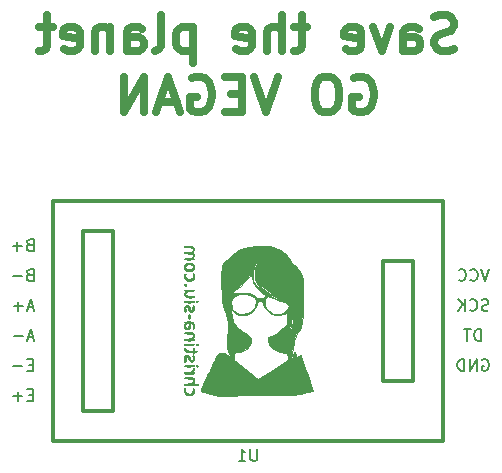
<source format=gbo>
G04 #@! TF.GenerationSoftware,KiCad,Pcbnew,5.0.2+dfsg1-1*
G04 #@! TF.CreationDate,2019-07-24T00:12:58-07:00*
G04 #@! TF.ProjectId,WeightAndMotionSensorShield,57656967-6874-4416-9e64-4d6f74696f6e,v01*
G04 #@! TF.SameCoordinates,Original*
G04 #@! TF.FileFunction,Legend,Bot*
G04 #@! TF.FilePolarity,Positive*
%FSLAX46Y46*%
G04 Gerber Fmt 4.6, Leading zero omitted, Abs format (unit mm)*
G04 Created by KiCad (PCBNEW 5.0.2+dfsg1-1) date Wed 24 Jul 2019 12:12:58 AM PDT*
%MOMM*%
%LPD*%
G01*
G04 APERTURE LIST*
%ADD10C,0.700000*%
%ADD11C,0.010000*%
%ADD12C,0.300000*%
%ADD13C,0.150000*%
G04 APERTURE END LIST*
D10*
X167796571Y-83069285D02*
X167368000Y-83212142D01*
X166653714Y-83212142D01*
X166368000Y-83069285D01*
X166225142Y-82926428D01*
X166082285Y-82640714D01*
X166082285Y-82355000D01*
X166225142Y-82069285D01*
X166368000Y-81926428D01*
X166653714Y-81783571D01*
X167225142Y-81640714D01*
X167510857Y-81497857D01*
X167653714Y-81355000D01*
X167796571Y-81069285D01*
X167796571Y-80783571D01*
X167653714Y-80497857D01*
X167510857Y-80355000D01*
X167225142Y-80212142D01*
X166510857Y-80212142D01*
X166082285Y-80355000D01*
X163510857Y-83212142D02*
X163510857Y-81640714D01*
X163653714Y-81355000D01*
X163939428Y-81212142D01*
X164510857Y-81212142D01*
X164796571Y-81355000D01*
X163510857Y-83069285D02*
X163796571Y-83212142D01*
X164510857Y-83212142D01*
X164796571Y-83069285D01*
X164939428Y-82783571D01*
X164939428Y-82497857D01*
X164796571Y-82212142D01*
X164510857Y-82069285D01*
X163796571Y-82069285D01*
X163510857Y-81926428D01*
X162368000Y-81212142D02*
X161653714Y-83212142D01*
X160939428Y-81212142D01*
X158653714Y-83069285D02*
X158939428Y-83212142D01*
X159510857Y-83212142D01*
X159796571Y-83069285D01*
X159939428Y-82783571D01*
X159939428Y-81640714D01*
X159796571Y-81355000D01*
X159510857Y-81212142D01*
X158939428Y-81212142D01*
X158653714Y-81355000D01*
X158510857Y-81640714D01*
X158510857Y-81926428D01*
X159939428Y-82212142D01*
X155368000Y-81212142D02*
X154225142Y-81212142D01*
X154939428Y-80212142D02*
X154939428Y-82783571D01*
X154796571Y-83069285D01*
X154510857Y-83212142D01*
X154225142Y-83212142D01*
X153225142Y-83212142D02*
X153225142Y-80212142D01*
X151939428Y-83212142D02*
X151939428Y-81640714D01*
X152082285Y-81355000D01*
X152368000Y-81212142D01*
X152796571Y-81212142D01*
X153082285Y-81355000D01*
X153225142Y-81497857D01*
X149368000Y-83069285D02*
X149653714Y-83212142D01*
X150225142Y-83212142D01*
X150510857Y-83069285D01*
X150653714Y-82783571D01*
X150653714Y-81640714D01*
X150510857Y-81355000D01*
X150225142Y-81212142D01*
X149653714Y-81212142D01*
X149368000Y-81355000D01*
X149225142Y-81640714D01*
X149225142Y-81926428D01*
X150653714Y-82212142D01*
X145653714Y-81212142D02*
X145653714Y-84212142D01*
X145653714Y-81355000D02*
X145368000Y-81212142D01*
X144796571Y-81212142D01*
X144510857Y-81355000D01*
X144368000Y-81497857D01*
X144225142Y-81783571D01*
X144225142Y-82640714D01*
X144368000Y-82926428D01*
X144510857Y-83069285D01*
X144796571Y-83212142D01*
X145368000Y-83212142D01*
X145653714Y-83069285D01*
X142510857Y-83212142D02*
X142796571Y-83069285D01*
X142939428Y-82783571D01*
X142939428Y-80212142D01*
X140082285Y-83212142D02*
X140082285Y-81640714D01*
X140225142Y-81355000D01*
X140510857Y-81212142D01*
X141082285Y-81212142D01*
X141368000Y-81355000D01*
X140082285Y-83069285D02*
X140368000Y-83212142D01*
X141082285Y-83212142D01*
X141368000Y-83069285D01*
X141510857Y-82783571D01*
X141510857Y-82497857D01*
X141368000Y-82212142D01*
X141082285Y-82069285D01*
X140368000Y-82069285D01*
X140082285Y-81926428D01*
X138653714Y-81212142D02*
X138653714Y-83212142D01*
X138653714Y-81497857D02*
X138510857Y-81355000D01*
X138225142Y-81212142D01*
X137796571Y-81212142D01*
X137510857Y-81355000D01*
X137368000Y-81640714D01*
X137368000Y-83212142D01*
X134796571Y-83069285D02*
X135082285Y-83212142D01*
X135653714Y-83212142D01*
X135939428Y-83069285D01*
X136082285Y-82783571D01*
X136082285Y-81640714D01*
X135939428Y-81355000D01*
X135653714Y-81212142D01*
X135082285Y-81212142D01*
X134796571Y-81355000D01*
X134653714Y-81640714D01*
X134653714Y-81926428D01*
X136082285Y-82212142D01*
X133796571Y-81212142D02*
X132653714Y-81212142D01*
X133368000Y-80212142D02*
X133368000Y-82783571D01*
X133225142Y-83069285D01*
X132939428Y-83212142D01*
X132653714Y-83212142D01*
X159296571Y-85555000D02*
X159582285Y-85412142D01*
X160010857Y-85412142D01*
X160439428Y-85555000D01*
X160725142Y-85840714D01*
X160868000Y-86126428D01*
X161010857Y-86697857D01*
X161010857Y-87126428D01*
X160868000Y-87697857D01*
X160725142Y-87983571D01*
X160439428Y-88269285D01*
X160010857Y-88412142D01*
X159725142Y-88412142D01*
X159296571Y-88269285D01*
X159153714Y-88126428D01*
X159153714Y-87126428D01*
X159725142Y-87126428D01*
X157296571Y-85412142D02*
X156725142Y-85412142D01*
X156439428Y-85555000D01*
X156153714Y-85840714D01*
X156010857Y-86412142D01*
X156010857Y-87412142D01*
X156153714Y-87983571D01*
X156439428Y-88269285D01*
X156725142Y-88412142D01*
X157296571Y-88412142D01*
X157582285Y-88269285D01*
X157868000Y-87983571D01*
X158010857Y-87412142D01*
X158010857Y-86412142D01*
X157868000Y-85840714D01*
X157582285Y-85555000D01*
X157296571Y-85412142D01*
X152868000Y-85412142D02*
X151868000Y-88412142D01*
X150868000Y-85412142D01*
X149868000Y-86840714D02*
X148868000Y-86840714D01*
X148439428Y-88412142D02*
X149868000Y-88412142D01*
X149868000Y-85412142D01*
X148439428Y-85412142D01*
X145582285Y-85555000D02*
X145868000Y-85412142D01*
X146296571Y-85412142D01*
X146725142Y-85555000D01*
X147010857Y-85840714D01*
X147153714Y-86126428D01*
X147296571Y-86697857D01*
X147296571Y-87126428D01*
X147153714Y-87697857D01*
X147010857Y-87983571D01*
X146725142Y-88269285D01*
X146296571Y-88412142D01*
X146010857Y-88412142D01*
X145582285Y-88269285D01*
X145439428Y-88126428D01*
X145439428Y-87126428D01*
X146010857Y-87126428D01*
X144296571Y-87555000D02*
X142868000Y-87555000D01*
X144582285Y-88412142D02*
X143582285Y-85412142D01*
X142582285Y-88412142D01*
X141582285Y-88412142D02*
X141582285Y-85412142D01*
X139868000Y-88412142D01*
X139868000Y-85412142D01*
D11*
G04 #@! TO.C,G\002A\002A\002A*
G36*
X145100706Y-99698293D02*
X145001851Y-99710198D01*
X144956906Y-99733754D01*
X144949334Y-99758500D01*
X144967102Y-99793413D01*
X145030848Y-99813183D01*
X145156236Y-99821260D01*
X145237576Y-99822000D01*
X145447883Y-99833092D01*
X145583204Y-99868951D01*
X145650604Y-99933449D01*
X145657145Y-100030461D01*
X145652894Y-100049743D01*
X145598682Y-100148285D01*
X145488793Y-100210681D01*
X145313536Y-100240935D01*
X145179411Y-100245333D01*
X145039936Y-100251159D01*
X144968570Y-100271570D01*
X144949334Y-100308833D01*
X144966268Y-100342718D01*
X145027351Y-100362416D01*
X145148000Y-100371095D01*
X145258367Y-100372333D01*
X145455800Y-100380588D01*
X145581977Y-100408789D01*
X145649006Y-100462090D01*
X145668997Y-100545644D01*
X145669000Y-100547109D01*
X145642182Y-100647513D01*
X145556370Y-100712625D01*
X145403533Y-100746328D01*
X145242643Y-100753333D01*
X145082580Y-100757133D01*
X144991328Y-100770785D01*
X144953282Y-100797668D01*
X144949334Y-100816833D01*
X144963727Y-100847103D01*
X145016369Y-100866259D01*
X145121453Y-100876542D01*
X145293172Y-100880193D01*
X145351500Y-100880333D01*
X145543210Y-100878060D01*
X145664531Y-100869748D01*
X145729657Y-100853156D01*
X145752783Y-100826043D01*
X145753667Y-100816833D01*
X145729539Y-100760517D01*
X145708933Y-100753333D01*
X145696557Y-100724808D01*
X145730100Y-100659247D01*
X145790066Y-100525664D01*
X145768062Y-100404963D01*
X145706337Y-100325003D01*
X145654310Y-100253568D01*
X145657519Y-100208683D01*
X145657666Y-100208586D01*
X145714789Y-100142928D01*
X145769228Y-100042686D01*
X145795828Y-99954907D01*
X145796000Y-99949858D01*
X145768390Y-99890398D01*
X145701022Y-99808013D01*
X145692091Y-99798909D01*
X145628112Y-99744657D01*
X145555186Y-99713280D01*
X145448724Y-99698744D01*
X145284138Y-99695012D01*
X145268758Y-99695000D01*
X145100706Y-99698293D01*
X145100706Y-99698293D01*
G37*
X145100706Y-99698293D02*
X145001851Y-99710198D01*
X144956906Y-99733754D01*
X144949334Y-99758500D01*
X144967102Y-99793413D01*
X145030848Y-99813183D01*
X145156236Y-99821260D01*
X145237576Y-99822000D01*
X145447883Y-99833092D01*
X145583204Y-99868951D01*
X145650604Y-99933449D01*
X145657145Y-100030461D01*
X145652894Y-100049743D01*
X145598682Y-100148285D01*
X145488793Y-100210681D01*
X145313536Y-100240935D01*
X145179411Y-100245333D01*
X145039936Y-100251159D01*
X144968570Y-100271570D01*
X144949334Y-100308833D01*
X144966268Y-100342718D01*
X145027351Y-100362416D01*
X145148000Y-100371095D01*
X145258367Y-100372333D01*
X145455800Y-100380588D01*
X145581977Y-100408789D01*
X145649006Y-100462090D01*
X145668997Y-100545644D01*
X145669000Y-100547109D01*
X145642182Y-100647513D01*
X145556370Y-100712625D01*
X145403533Y-100746328D01*
X145242643Y-100753333D01*
X145082580Y-100757133D01*
X144991328Y-100770785D01*
X144953282Y-100797668D01*
X144949334Y-100816833D01*
X144963727Y-100847103D01*
X145016369Y-100866259D01*
X145121453Y-100876542D01*
X145293172Y-100880193D01*
X145351500Y-100880333D01*
X145543210Y-100878060D01*
X145664531Y-100869748D01*
X145729657Y-100853156D01*
X145752783Y-100826043D01*
X145753667Y-100816833D01*
X145729539Y-100760517D01*
X145708933Y-100753333D01*
X145696557Y-100724808D01*
X145730100Y-100659247D01*
X145790066Y-100525664D01*
X145768062Y-100404963D01*
X145706337Y-100325003D01*
X145654310Y-100253568D01*
X145657519Y-100208683D01*
X145657666Y-100208586D01*
X145714789Y-100142928D01*
X145769228Y-100042686D01*
X145795828Y-99954907D01*
X145796000Y-99949858D01*
X145768390Y-99890398D01*
X145701022Y-99808013D01*
X145692091Y-99798909D01*
X145628112Y-99744657D01*
X145555186Y-99713280D01*
X145448724Y-99698744D01*
X145284138Y-99695012D01*
X145268758Y-99695000D01*
X145100706Y-99698293D01*
G36*
X145200273Y-101141776D02*
X145110895Y-101173954D01*
X145032845Y-101245637D01*
X145016597Y-101264581D01*
X144927040Y-101407418D01*
X144914417Y-101542478D01*
X144956249Y-101655699D01*
X145039696Y-101769010D01*
X145153062Y-101830254D01*
X145319686Y-101850979D01*
X145351500Y-101851307D01*
X145488945Y-101841375D01*
X145597872Y-101816161D01*
X145630336Y-101799736D01*
X145748600Y-101665580D01*
X145785785Y-101524847D01*
X145663669Y-101524847D01*
X145612185Y-101622033D01*
X145509667Y-101695100D01*
X145365773Y-101726770D01*
X145351500Y-101727000D01*
X145223970Y-101705039D01*
X145128087Y-101661099D01*
X145055537Y-101574081D01*
X145034000Y-101494166D01*
X145070878Y-101385735D01*
X145166230Y-101307681D01*
X145297134Y-101267081D01*
X145440668Y-101271006D01*
X145573909Y-101326532D01*
X145574914Y-101327233D01*
X145654464Y-101420821D01*
X145663669Y-101524847D01*
X145785785Y-101524847D01*
X145788604Y-101514179D01*
X145749189Y-101360488D01*
X145672257Y-101258076D01*
X145577695Y-101179318D01*
X145477301Y-101142937D01*
X145337353Y-101134333D01*
X145200273Y-101141776D01*
X145200273Y-101141776D01*
G37*
X145200273Y-101141776D02*
X145110895Y-101173954D01*
X145032845Y-101245637D01*
X145016597Y-101264581D01*
X144927040Y-101407418D01*
X144914417Y-101542478D01*
X144956249Y-101655699D01*
X145039696Y-101769010D01*
X145153062Y-101830254D01*
X145319686Y-101850979D01*
X145351500Y-101851307D01*
X145488945Y-101841375D01*
X145597872Y-101816161D01*
X145630336Y-101799736D01*
X145748600Y-101665580D01*
X145785785Y-101524847D01*
X145663669Y-101524847D01*
X145612185Y-101622033D01*
X145509667Y-101695100D01*
X145365773Y-101726770D01*
X145351500Y-101727000D01*
X145223970Y-101705039D01*
X145128087Y-101661099D01*
X145055537Y-101574081D01*
X145034000Y-101494166D01*
X145070878Y-101385735D01*
X145166230Y-101307681D01*
X145297134Y-101267081D01*
X145440668Y-101271006D01*
X145573909Y-101326532D01*
X145574914Y-101327233D01*
X145654464Y-101420821D01*
X145663669Y-101524847D01*
X145785785Y-101524847D01*
X145788604Y-101514179D01*
X145749189Y-101360488D01*
X145672257Y-101258076D01*
X145577695Y-101179318D01*
X145477301Y-101142937D01*
X145337353Y-101134333D01*
X145200273Y-101141776D01*
G36*
X145659457Y-102101301D02*
X145654742Y-102213510D01*
X145656531Y-102228254D01*
X145661965Y-102345252D01*
X145627655Y-102422328D01*
X145562127Y-102482254D01*
X145413026Y-102558344D01*
X145269361Y-102563400D01*
X145147934Y-102507646D01*
X145065551Y-102401307D01*
X145039014Y-102254605D01*
X145051384Y-102171500D01*
X145057730Y-102089640D01*
X145015559Y-102065666D01*
X144959211Y-102102227D01*
X144927526Y-102194504D01*
X144923412Y-102316392D01*
X144949776Y-102441781D01*
X144968782Y-102485675D01*
X145079557Y-102614572D01*
X145237806Y-102686685D01*
X145423454Y-102696283D01*
X145571534Y-102657834D01*
X145678263Y-102574094D01*
X145753351Y-102438346D01*
X145782725Y-102281405D01*
X145776662Y-102208690D01*
X145738511Y-102095944D01*
X145693412Y-102061130D01*
X145659457Y-102101301D01*
X145659457Y-102101301D01*
G37*
X145659457Y-102101301D02*
X145654742Y-102213510D01*
X145656531Y-102228254D01*
X145661965Y-102345252D01*
X145627655Y-102422328D01*
X145562127Y-102482254D01*
X145413026Y-102558344D01*
X145269361Y-102563400D01*
X145147934Y-102507646D01*
X145065551Y-102401307D01*
X145039014Y-102254605D01*
X145051384Y-102171500D01*
X145057730Y-102089640D01*
X145015559Y-102065666D01*
X144959211Y-102102227D01*
X144927526Y-102194504D01*
X144923412Y-102316392D01*
X144949776Y-102441781D01*
X144968782Y-102485675D01*
X145079557Y-102614572D01*
X145237806Y-102686685D01*
X145423454Y-102696283D01*
X145571534Y-102657834D01*
X145678263Y-102574094D01*
X145753351Y-102438346D01*
X145782725Y-102281405D01*
X145776662Y-102208690D01*
X145738511Y-102095944D01*
X145693412Y-102061130D01*
X145659457Y-102101301D01*
G36*
X144963248Y-102984600D02*
X144949334Y-103039333D01*
X144979268Y-103110085D01*
X145034000Y-103124000D01*
X145104753Y-103094065D01*
X145118667Y-103039333D01*
X145088733Y-102968581D01*
X145034000Y-102954666D01*
X144963248Y-102984600D01*
X144963248Y-102984600D01*
G37*
X144963248Y-102984600D02*
X144949334Y-103039333D01*
X144979268Y-103110085D01*
X145034000Y-103124000D01*
X145104753Y-103094065D01*
X145118667Y-103039333D01*
X145088733Y-102968581D01*
X145034000Y-102954666D01*
X144963248Y-102984600D01*
G36*
X145159791Y-103422605D02*
X145038470Y-103430917D01*
X144973344Y-103447510D01*
X144950218Y-103474623D01*
X144949334Y-103483833D01*
X144973462Y-103540149D01*
X144994068Y-103547333D01*
X145006444Y-103575858D01*
X144972901Y-103641419D01*
X144913367Y-103772928D01*
X144934221Y-103893840D01*
X145010910Y-103993757D01*
X145074889Y-104048009D01*
X145147815Y-104079386D01*
X145254277Y-104093922D01*
X145418863Y-104097654D01*
X145434243Y-104097666D01*
X145602295Y-104094373D01*
X145701150Y-104082468D01*
X145746095Y-104058911D01*
X145753667Y-104034166D01*
X145735431Y-103998702D01*
X145670209Y-103978910D01*
X145542233Y-103971186D01*
X145475717Y-103970666D01*
X145264627Y-103960148D01*
X145126768Y-103926047D01*
X145053046Y-103864546D01*
X145034000Y-103785238D01*
X145061577Y-103670668D01*
X145149069Y-103595549D01*
X145303614Y-103555997D01*
X145471251Y-103547333D01*
X145627898Y-103543279D01*
X145715887Y-103528762D01*
X145750943Y-103500244D01*
X145753667Y-103483833D01*
X145739274Y-103453563D01*
X145686632Y-103434407D01*
X145581548Y-103424124D01*
X145409829Y-103420472D01*
X145351500Y-103420333D01*
X145159791Y-103422605D01*
X145159791Y-103422605D01*
G37*
X145159791Y-103422605D02*
X145038470Y-103430917D01*
X144973344Y-103447510D01*
X144950218Y-103474623D01*
X144949334Y-103483833D01*
X144973462Y-103540149D01*
X144994068Y-103547333D01*
X145006444Y-103575858D01*
X144972901Y-103641419D01*
X144913367Y-103772928D01*
X144934221Y-103893840D01*
X145010910Y-103993757D01*
X145074889Y-104048009D01*
X145147815Y-104079386D01*
X145254277Y-104093922D01*
X145418863Y-104097654D01*
X145434243Y-104097666D01*
X145602295Y-104094373D01*
X145701150Y-104082468D01*
X145746095Y-104058911D01*
X145753667Y-104034166D01*
X145735431Y-103998702D01*
X145670209Y-103978910D01*
X145542233Y-103971186D01*
X145475717Y-103970666D01*
X145264627Y-103960148D01*
X145126768Y-103926047D01*
X145053046Y-103864546D01*
X145034000Y-103785238D01*
X145061577Y-103670668D01*
X145149069Y-103595549D01*
X145303614Y-103555997D01*
X145471251Y-103547333D01*
X145627898Y-103543279D01*
X145715887Y-103528762D01*
X145750943Y-103500244D01*
X145753667Y-103483833D01*
X145739274Y-103453563D01*
X145686632Y-103434407D01*
X145581548Y-103424124D01*
X145409829Y-103420472D01*
X145351500Y-103420333D01*
X145159791Y-103422605D01*
G36*
X145164582Y-104352945D02*
X145046613Y-104358984D01*
X144981886Y-104373092D01*
X144954698Y-104398573D01*
X144949334Y-104436333D01*
X144955407Y-104475684D01*
X144984095Y-104500520D01*
X145051106Y-104514146D01*
X145172143Y-104519870D01*
X145351500Y-104521000D01*
X145538419Y-104519721D01*
X145656388Y-104513681D01*
X145721115Y-104499574D01*
X145748303Y-104474092D01*
X145753667Y-104436333D01*
X145747594Y-104396982D01*
X145718906Y-104372146D01*
X145651895Y-104358519D01*
X145530858Y-104352795D01*
X145351500Y-104351666D01*
X145164582Y-104352945D01*
X145164582Y-104352945D01*
G37*
X145164582Y-104352945D02*
X145046613Y-104358984D01*
X144981886Y-104373092D01*
X144954698Y-104398573D01*
X144949334Y-104436333D01*
X144955407Y-104475684D01*
X144984095Y-104500520D01*
X145051106Y-104514146D01*
X145172143Y-104519870D01*
X145351500Y-104521000D01*
X145538419Y-104519721D01*
X145656388Y-104513681D01*
X145721115Y-104499574D01*
X145748303Y-104474092D01*
X145753667Y-104436333D01*
X145747594Y-104396982D01*
X145718906Y-104372146D01*
X145651895Y-104358519D01*
X145530858Y-104352795D01*
X145351500Y-104351666D01*
X145164582Y-104352945D01*
G36*
X145936915Y-104381600D02*
X145923000Y-104436333D01*
X145953487Y-104506392D01*
X146020722Y-104519171D01*
X146064112Y-104492777D01*
X146093249Y-104420959D01*
X146056273Y-104363806D01*
X146007667Y-104351666D01*
X145936915Y-104381600D01*
X145936915Y-104381600D01*
G37*
X145936915Y-104381600D02*
X145923000Y-104436333D01*
X145953487Y-104506392D01*
X146020722Y-104519171D01*
X146064112Y-104492777D01*
X146093249Y-104420959D01*
X146056273Y-104363806D01*
X146007667Y-104351666D01*
X145936915Y-104381600D01*
G36*
X145132123Y-104740191D02*
X145014274Y-104791415D01*
X144941393Y-104903671D01*
X144920191Y-105062459D01*
X144933868Y-105168541D01*
X144974842Y-105302452D01*
X145017072Y-105361165D01*
X145049612Y-105344479D01*
X145061518Y-105252193D01*
X145055505Y-105170782D01*
X145049258Y-105002534D01*
X145076577Y-104898304D01*
X145134550Y-104864304D01*
X145189758Y-104884319D01*
X145250211Y-104955058D01*
X145298002Y-105065221D01*
X145300612Y-105074819D01*
X145352511Y-105221819D01*
X145421867Y-105298482D01*
X145523960Y-105319109D01*
X145559267Y-105316911D01*
X145682036Y-105267275D01*
X145760551Y-105157004D01*
X145785874Y-105002409D01*
X145776951Y-104919565D01*
X145741829Y-104806861D01*
X145701195Y-104772658D01*
X145665763Y-104812362D01*
X145646248Y-104921377D01*
X145645174Y-104976083D01*
X145641590Y-105100282D01*
X145620360Y-105163151D01*
X145572209Y-105187615D01*
X145558686Y-105189894D01*
X145498949Y-105183210D01*
X145456317Y-105129907D01*
X145416017Y-105011465D01*
X145415826Y-105010782D01*
X145358729Y-104852832D01*
X145288976Y-104766147D01*
X145192529Y-104737337D01*
X145132123Y-104740191D01*
X145132123Y-104740191D01*
G37*
X145132123Y-104740191D02*
X145014274Y-104791415D01*
X144941393Y-104903671D01*
X144920191Y-105062459D01*
X144933868Y-105168541D01*
X144974842Y-105302452D01*
X145017072Y-105361165D01*
X145049612Y-105344479D01*
X145061518Y-105252193D01*
X145055505Y-105170782D01*
X145049258Y-105002534D01*
X145076577Y-104898304D01*
X145134550Y-104864304D01*
X145189758Y-104884319D01*
X145250211Y-104955058D01*
X145298002Y-105065221D01*
X145300612Y-105074819D01*
X145352511Y-105221819D01*
X145421867Y-105298482D01*
X145523960Y-105319109D01*
X145559267Y-105316911D01*
X145682036Y-105267275D01*
X145760551Y-105157004D01*
X145785874Y-105002409D01*
X145776951Y-104919565D01*
X145741829Y-104806861D01*
X145701195Y-104772658D01*
X145665763Y-104812362D01*
X145646248Y-104921377D01*
X145645174Y-104976083D01*
X145641590Y-105100282D01*
X145620360Y-105163151D01*
X145572209Y-105187615D01*
X145558686Y-105189894D01*
X145498949Y-105183210D01*
X145456317Y-105129907D01*
X145416017Y-105011465D01*
X145415826Y-105010782D01*
X145358729Y-104852832D01*
X145288976Y-104766147D01*
X145192529Y-104737337D01*
X145132123Y-104740191D01*
G36*
X145311568Y-105517326D02*
X145292064Y-105595780D01*
X145288000Y-105706333D01*
X145294798Y-105839442D01*
X145318335Y-105904455D01*
X145351500Y-105918000D01*
X145391433Y-105895340D01*
X145410937Y-105816886D01*
X145415000Y-105706333D01*
X145408203Y-105573224D01*
X145384666Y-105508211D01*
X145351500Y-105494666D01*
X145311568Y-105517326D01*
X145311568Y-105517326D01*
G37*
X145311568Y-105517326D02*
X145292064Y-105595780D01*
X145288000Y-105706333D01*
X145294798Y-105839442D01*
X145318335Y-105904455D01*
X145351500Y-105918000D01*
X145391433Y-105895340D01*
X145410937Y-105816886D01*
X145415000Y-105706333D01*
X145408203Y-105573224D01*
X145384666Y-105508211D01*
X145351500Y-105494666D01*
X145311568Y-105517326D01*
G36*
X145060250Y-106136704D02*
X144973010Y-106162938D01*
X144949334Y-106193166D01*
X144972709Y-106249494D01*
X144992643Y-106256666D01*
X145003424Y-106286254D01*
X144969703Y-106357747D01*
X144967735Y-106360779D01*
X144917704Y-106496378D01*
X144933803Y-106623877D01*
X145000935Y-106727839D01*
X145104001Y-106792825D01*
X145227904Y-106803393D01*
X145348941Y-106750606D01*
X145411035Y-106655810D01*
X145446308Y-106483273D01*
X145447085Y-106475439D01*
X145474028Y-106326964D01*
X145494463Y-106296800D01*
X145364474Y-106296800D01*
X145358881Y-106381334D01*
X145350037Y-106436583D01*
X145305077Y-106588514D01*
X145236941Y-106670078D01*
X145152786Y-106676076D01*
X145084800Y-106629200D01*
X145036888Y-106531011D01*
X145052149Y-106420761D01*
X145117655Y-106323493D01*
X145220476Y-106264252D01*
X145277116Y-106256666D01*
X145340315Y-106262881D01*
X145364474Y-106296800D01*
X145494463Y-106296800D01*
X145518901Y-106260729D01*
X145582485Y-106276065D01*
X145627157Y-106320756D01*
X145660966Y-106423795D01*
X145653849Y-106578170D01*
X145649386Y-106704322D01*
X145672696Y-106757648D01*
X145712490Y-106734452D01*
X145757477Y-106631036D01*
X145762499Y-106613741D01*
X145777244Y-106429477D01*
X145723240Y-106262785D01*
X145680308Y-106203750D01*
X145607975Y-106165015D01*
X145486945Y-106138612D01*
X145340076Y-106124872D01*
X145190225Y-106124126D01*
X145060250Y-106136704D01*
X145060250Y-106136704D01*
G37*
X145060250Y-106136704D02*
X144973010Y-106162938D01*
X144949334Y-106193166D01*
X144972709Y-106249494D01*
X144992643Y-106256666D01*
X145003424Y-106286254D01*
X144969703Y-106357747D01*
X144967735Y-106360779D01*
X144917704Y-106496378D01*
X144933803Y-106623877D01*
X145000935Y-106727839D01*
X145104001Y-106792825D01*
X145227904Y-106803393D01*
X145348941Y-106750606D01*
X145411035Y-106655810D01*
X145446308Y-106483273D01*
X145447085Y-106475439D01*
X145474028Y-106326964D01*
X145494463Y-106296800D01*
X145364474Y-106296800D01*
X145358881Y-106381334D01*
X145350037Y-106436583D01*
X145305077Y-106588514D01*
X145236941Y-106670078D01*
X145152786Y-106676076D01*
X145084800Y-106629200D01*
X145036888Y-106531011D01*
X145052149Y-106420761D01*
X145117655Y-106323493D01*
X145220476Y-106264252D01*
X145277116Y-106256666D01*
X145340315Y-106262881D01*
X145364474Y-106296800D01*
X145494463Y-106296800D01*
X145518901Y-106260729D01*
X145582485Y-106276065D01*
X145627157Y-106320756D01*
X145660966Y-106423795D01*
X145653849Y-106578170D01*
X145649386Y-106704322D01*
X145672696Y-106757648D01*
X145712490Y-106734452D01*
X145757477Y-106631036D01*
X145762499Y-106613741D01*
X145777244Y-106429477D01*
X145723240Y-106262785D01*
X145680308Y-106203750D01*
X145607975Y-106165015D01*
X145486945Y-106138612D01*
X145340076Y-106124872D01*
X145190225Y-106124126D01*
X145060250Y-106136704D01*
G36*
X145068281Y-107022980D02*
X144983340Y-107038380D01*
X144951103Y-107068554D01*
X144949334Y-107082166D01*
X144968183Y-107118324D01*
X145035311Y-107138128D01*
X145166594Y-107145372D01*
X145215081Y-107145666D01*
X145431064Y-107163797D01*
X145580676Y-107216537D01*
X145658589Y-107301408D01*
X145669000Y-107356709D01*
X145643639Y-107459403D01*
X145561691Y-107526019D01*
X145414356Y-107560940D01*
X145242643Y-107569000D01*
X145087871Y-107571330D01*
X144999529Y-107581820D01*
X144959429Y-107605720D01*
X144949385Y-107648280D01*
X144949334Y-107653666D01*
X144955407Y-107693017D01*
X144984095Y-107717853D01*
X145051106Y-107731480D01*
X145172143Y-107737204D01*
X145351500Y-107738333D01*
X145538419Y-107737054D01*
X145656388Y-107731015D01*
X145721115Y-107716907D01*
X145748303Y-107691426D01*
X145753667Y-107653666D01*
X145736755Y-107584863D01*
X145713303Y-107569000D01*
X145704390Y-107537729D01*
X145735208Y-107460999D01*
X145743283Y-107446430D01*
X145788058Y-107343100D01*
X145779809Y-107254148D01*
X145763001Y-107212747D01*
X145693323Y-107117551D01*
X145579199Y-107056771D01*
X145407149Y-107025574D01*
X145221745Y-107018666D01*
X145068281Y-107022980D01*
X145068281Y-107022980D01*
G37*
X145068281Y-107022980D02*
X144983340Y-107038380D01*
X144951103Y-107068554D01*
X144949334Y-107082166D01*
X144968183Y-107118324D01*
X145035311Y-107138128D01*
X145166594Y-107145372D01*
X145215081Y-107145666D01*
X145431064Y-107163797D01*
X145580676Y-107216537D01*
X145658589Y-107301408D01*
X145669000Y-107356709D01*
X145643639Y-107459403D01*
X145561691Y-107526019D01*
X145414356Y-107560940D01*
X145242643Y-107569000D01*
X145087871Y-107571330D01*
X144999529Y-107581820D01*
X144959429Y-107605720D01*
X144949385Y-107648280D01*
X144949334Y-107653666D01*
X144955407Y-107693017D01*
X144984095Y-107717853D01*
X145051106Y-107731480D01*
X145172143Y-107737204D01*
X145351500Y-107738333D01*
X145538419Y-107737054D01*
X145656388Y-107731015D01*
X145721115Y-107716907D01*
X145748303Y-107691426D01*
X145753667Y-107653666D01*
X145736755Y-107584863D01*
X145713303Y-107569000D01*
X145704390Y-107537729D01*
X145735208Y-107460999D01*
X145743283Y-107446430D01*
X145788058Y-107343100D01*
X145779809Y-107254148D01*
X145763001Y-107212747D01*
X145693323Y-107117551D01*
X145579199Y-107056771D01*
X145407149Y-107025574D01*
X145221745Y-107018666D01*
X145068281Y-107022980D01*
G36*
X145159791Y-107994605D02*
X145038470Y-108002917D01*
X144973344Y-108019510D01*
X144950218Y-108046623D01*
X144949334Y-108055833D01*
X144963727Y-108086103D01*
X145016369Y-108105259D01*
X145121453Y-108115542D01*
X145293172Y-108119193D01*
X145351500Y-108119333D01*
X145543210Y-108117060D01*
X145664531Y-108108748D01*
X145729657Y-108092156D01*
X145752783Y-108065043D01*
X145753667Y-108055833D01*
X145739274Y-108025563D01*
X145686632Y-108006407D01*
X145581548Y-107996124D01*
X145409829Y-107992472D01*
X145351500Y-107992333D01*
X145159791Y-107994605D01*
X145159791Y-107994605D01*
G37*
X145159791Y-107994605D02*
X145038470Y-108002917D01*
X144973344Y-108019510D01*
X144950218Y-108046623D01*
X144949334Y-108055833D01*
X144963727Y-108086103D01*
X145016369Y-108105259D01*
X145121453Y-108115542D01*
X145293172Y-108119193D01*
X145351500Y-108119333D01*
X145543210Y-108117060D01*
X145664531Y-108108748D01*
X145729657Y-108092156D01*
X145752783Y-108065043D01*
X145753667Y-108055833D01*
X145739274Y-108025563D01*
X145686632Y-108006407D01*
X145581548Y-107996124D01*
X145409829Y-107992472D01*
X145351500Y-107992333D01*
X145159791Y-107994605D01*
G36*
X145938715Y-108018803D02*
X145923000Y-108055833D01*
X145958294Y-108107547D01*
X146007667Y-108119333D01*
X146076619Y-108092863D01*
X146092334Y-108055833D01*
X146057041Y-108004119D01*
X146007667Y-107992333D01*
X145938715Y-108018803D01*
X145938715Y-108018803D01*
G37*
X145938715Y-108018803D02*
X145923000Y-108055833D01*
X145958294Y-108107547D01*
X146007667Y-108119333D01*
X146076619Y-108092863D01*
X146092334Y-108055833D01*
X146057041Y-108004119D01*
X146007667Y-107992333D01*
X145938715Y-108018803D01*
G36*
X145681610Y-108367786D02*
X145669004Y-108456419D01*
X145669000Y-108458000D01*
X145669000Y-108585000D01*
X145376031Y-108585000D01*
X145222015Y-108583537D01*
X145132297Y-108573776D01*
X145086509Y-108547654D01*
X145064284Y-108497108D01*
X145055167Y-108458000D01*
X145018764Y-108357001D01*
X144980807Y-108337843D01*
X144954315Y-108398963D01*
X144949334Y-108470700D01*
X144960809Y-108583258D01*
X145004939Y-108655011D01*
X145096277Y-108694511D01*
X145249378Y-108710310D01*
X145359967Y-108712000D01*
X145524874Y-108715479D01*
X145620738Y-108728030D01*
X145662978Y-108752821D01*
X145669000Y-108775500D01*
X145691859Y-108831835D01*
X145711334Y-108839000D01*
X145748891Y-108804711D01*
X145753667Y-108775500D01*
X145791531Y-108725086D01*
X145880667Y-108712000D01*
X145981493Y-108693067D01*
X146007667Y-108648500D01*
X145969803Y-108598086D01*
X145880667Y-108585000D01*
X145790713Y-108574510D01*
X145757558Y-108525030D01*
X145753667Y-108458000D01*
X145741405Y-108368829D01*
X145711861Y-108331009D01*
X145711334Y-108331000D01*
X145681610Y-108367786D01*
X145681610Y-108367786D01*
G37*
X145681610Y-108367786D02*
X145669004Y-108456419D01*
X145669000Y-108458000D01*
X145669000Y-108585000D01*
X145376031Y-108585000D01*
X145222015Y-108583537D01*
X145132297Y-108573776D01*
X145086509Y-108547654D01*
X145064284Y-108497108D01*
X145055167Y-108458000D01*
X145018764Y-108357001D01*
X144980807Y-108337843D01*
X144954315Y-108398963D01*
X144949334Y-108470700D01*
X144960809Y-108583258D01*
X145004939Y-108655011D01*
X145096277Y-108694511D01*
X145249378Y-108710310D01*
X145359967Y-108712000D01*
X145524874Y-108715479D01*
X145620738Y-108728030D01*
X145662978Y-108752821D01*
X145669000Y-108775500D01*
X145691859Y-108831835D01*
X145711334Y-108839000D01*
X145748891Y-108804711D01*
X145753667Y-108775500D01*
X145791531Y-108725086D01*
X145880667Y-108712000D01*
X145981493Y-108693067D01*
X146007667Y-108648500D01*
X145969803Y-108598086D01*
X145880667Y-108585000D01*
X145790713Y-108574510D01*
X145757558Y-108525030D01*
X145753667Y-108458000D01*
X145741405Y-108368829D01*
X145711861Y-108331009D01*
X145711334Y-108331000D01*
X145681610Y-108367786D01*
G36*
X145049644Y-108983950D02*
X144970460Y-109073063D01*
X144925314Y-109211089D01*
X144928765Y-109392756D01*
X144929634Y-109398017D01*
X144963132Y-109520124D01*
X145002174Y-109563402D01*
X145037204Y-109532333D01*
X145058668Y-109431396D01*
X145060992Y-109336416D01*
X145061380Y-109205393D01*
X145076962Y-109136522D01*
X145116036Y-109107570D01*
X145148921Y-109100835D01*
X145223534Y-109110920D01*
X145264764Y-109182102D01*
X145271279Y-109206668D01*
X145334437Y-109398943D01*
X145415228Y-109513873D01*
X145518457Y-109557802D01*
X145537904Y-109558666D01*
X145642770Y-109539931D01*
X145705899Y-109501715D01*
X145764184Y-109378221D01*
X145782373Y-109221460D01*
X145757795Y-109082416D01*
X145707748Y-108986719D01*
X145667799Y-108970677D01*
X145646394Y-109029294D01*
X145650466Y-109145916D01*
X145651111Y-109304683D01*
X145615685Y-109400855D01*
X145557890Y-109429990D01*
X145491425Y-109387648D01*
X145429991Y-109269388D01*
X145415557Y-109222066D01*
X145345821Y-109062808D01*
X145251884Y-108973551D01*
X145148305Y-108949022D01*
X145049644Y-108983950D01*
X145049644Y-108983950D01*
G37*
X145049644Y-108983950D02*
X144970460Y-109073063D01*
X144925314Y-109211089D01*
X144928765Y-109392756D01*
X144929634Y-109398017D01*
X144963132Y-109520124D01*
X145002174Y-109563402D01*
X145037204Y-109532333D01*
X145058668Y-109431396D01*
X145060992Y-109336416D01*
X145061380Y-109205393D01*
X145076962Y-109136522D01*
X145116036Y-109107570D01*
X145148921Y-109100835D01*
X145223534Y-109110920D01*
X145264764Y-109182102D01*
X145271279Y-109206668D01*
X145334437Y-109398943D01*
X145415228Y-109513873D01*
X145518457Y-109557802D01*
X145537904Y-109558666D01*
X145642770Y-109539931D01*
X145705899Y-109501715D01*
X145764184Y-109378221D01*
X145782373Y-109221460D01*
X145757795Y-109082416D01*
X145707748Y-108986719D01*
X145667799Y-108970677D01*
X145646394Y-109029294D01*
X145650466Y-109145916D01*
X145651111Y-109304683D01*
X145615685Y-109400855D01*
X145557890Y-109429990D01*
X145491425Y-109387648D01*
X145429991Y-109269388D01*
X145415557Y-109222066D01*
X145345821Y-109062808D01*
X145251884Y-108973551D01*
X145148305Y-108949022D01*
X145049644Y-108983950D01*
G36*
X145159791Y-109814939D02*
X145038470Y-109823251D01*
X144973344Y-109839843D01*
X144950218Y-109866956D01*
X144949334Y-109876166D01*
X144963727Y-109906436D01*
X145016369Y-109925592D01*
X145121453Y-109935875D01*
X145293172Y-109939527D01*
X145351500Y-109939666D01*
X145543210Y-109937394D01*
X145664531Y-109929082D01*
X145729657Y-109912489D01*
X145752783Y-109885376D01*
X145753667Y-109876166D01*
X145739274Y-109845896D01*
X145686632Y-109826740D01*
X145581548Y-109816457D01*
X145409829Y-109812806D01*
X145351500Y-109812666D01*
X145159791Y-109814939D01*
X145159791Y-109814939D01*
G37*
X145159791Y-109814939D02*
X145038470Y-109823251D01*
X144973344Y-109839843D01*
X144950218Y-109866956D01*
X144949334Y-109876166D01*
X144963727Y-109906436D01*
X145016369Y-109925592D01*
X145121453Y-109935875D01*
X145293172Y-109939527D01*
X145351500Y-109939666D01*
X145543210Y-109937394D01*
X145664531Y-109929082D01*
X145729657Y-109912489D01*
X145752783Y-109885376D01*
X145753667Y-109876166D01*
X145739274Y-109845896D01*
X145686632Y-109826740D01*
X145581548Y-109816457D01*
X145409829Y-109812806D01*
X145351500Y-109812666D01*
X145159791Y-109814939D01*
G36*
X145938715Y-109839136D02*
X145923000Y-109876166D01*
X145958294Y-109927880D01*
X146007667Y-109939666D01*
X146076619Y-109913196D01*
X146092334Y-109876166D01*
X146057041Y-109824452D01*
X146007667Y-109812666D01*
X145938715Y-109839136D01*
X145938715Y-109839136D01*
G37*
X145938715Y-109839136D02*
X145923000Y-109876166D01*
X145958294Y-109927880D01*
X146007667Y-109939666D01*
X146076619Y-109913196D01*
X146092334Y-109876166D01*
X146057041Y-109824452D01*
X146007667Y-109812666D01*
X145938715Y-109839136D01*
G36*
X145681210Y-110103092D02*
X145669000Y-110165938D01*
X145641747Y-110281064D01*
X145555105Y-110356549D01*
X145401754Y-110396403D01*
X145231750Y-110405333D01*
X145080474Y-110407841D01*
X144995310Y-110419062D01*
X144957762Y-110444540D01*
X144949334Y-110489821D01*
X144949334Y-110490000D01*
X144955407Y-110529351D01*
X144984095Y-110554186D01*
X145051106Y-110567813D01*
X145172143Y-110573537D01*
X145351500Y-110574666D01*
X145538419Y-110573388D01*
X145656388Y-110567348D01*
X145721115Y-110553241D01*
X145748303Y-110527759D01*
X145753667Y-110490000D01*
X145734946Y-110421226D01*
X145708933Y-110405333D01*
X145696557Y-110376808D01*
X145730100Y-110311247D01*
X145783722Y-110203699D01*
X145790768Y-110115473D01*
X145751015Y-110069093D01*
X145732500Y-110066666D01*
X145681210Y-110103092D01*
X145681210Y-110103092D01*
G37*
X145681210Y-110103092D02*
X145669000Y-110165938D01*
X145641747Y-110281064D01*
X145555105Y-110356549D01*
X145401754Y-110396403D01*
X145231750Y-110405333D01*
X145080474Y-110407841D01*
X144995310Y-110419062D01*
X144957762Y-110444540D01*
X144949334Y-110489821D01*
X144949334Y-110490000D01*
X144955407Y-110529351D01*
X144984095Y-110554186D01*
X145051106Y-110567813D01*
X145172143Y-110573537D01*
X145351500Y-110574666D01*
X145538419Y-110573388D01*
X145656388Y-110567348D01*
X145721115Y-110553241D01*
X145748303Y-110527759D01*
X145753667Y-110490000D01*
X145734946Y-110421226D01*
X145708933Y-110405333D01*
X145696557Y-110376808D01*
X145730100Y-110311247D01*
X145783722Y-110203699D01*
X145790768Y-110115473D01*
X145751015Y-110069093D01*
X145732500Y-110066666D01*
X145681210Y-110103092D01*
G36*
X145191918Y-110825639D02*
X145061217Y-110838829D01*
X144973362Y-110863988D01*
X144949334Y-110892166D01*
X144967570Y-110927630D01*
X145032792Y-110947423D01*
X145160768Y-110955146D01*
X145227284Y-110955666D01*
X145437241Y-110965899D01*
X145574381Y-110999363D01*
X145648376Y-111060212D01*
X145669000Y-111145255D01*
X145632535Y-111260013D01*
X145522501Y-111336146D01*
X145337946Y-111374145D01*
X145215081Y-111379000D01*
X145063763Y-111383503D01*
X144980882Y-111399544D01*
X144950566Y-111430914D01*
X144949334Y-111442500D01*
X144961390Y-111468517D01*
X145005775Y-111486500D01*
X145094810Y-111497816D01*
X145240818Y-111503837D01*
X145456123Y-111505929D01*
X145520834Y-111506000D01*
X145754992Y-111504660D01*
X145916835Y-111499728D01*
X146018686Y-111489836D01*
X146072868Y-111473612D01*
X146091703Y-111449690D01*
X146092334Y-111442500D01*
X146069364Y-111402293D01*
X145990030Y-111382838D01*
X145883912Y-111379000D01*
X145675490Y-111379000D01*
X145738694Y-111252303D01*
X145778475Y-111095997D01*
X145735042Y-110954744D01*
X145684370Y-110892417D01*
X145611690Y-110857807D01*
X145490094Y-110835136D01*
X145342524Y-110824411D01*
X145191918Y-110825639D01*
X145191918Y-110825639D01*
G37*
X145191918Y-110825639D02*
X145061217Y-110838829D01*
X144973362Y-110863988D01*
X144949334Y-110892166D01*
X144967570Y-110927630D01*
X145032792Y-110947423D01*
X145160768Y-110955146D01*
X145227284Y-110955666D01*
X145437241Y-110965899D01*
X145574381Y-110999363D01*
X145648376Y-111060212D01*
X145669000Y-111145255D01*
X145632535Y-111260013D01*
X145522501Y-111336146D01*
X145337946Y-111374145D01*
X145215081Y-111379000D01*
X145063763Y-111383503D01*
X144980882Y-111399544D01*
X144950566Y-111430914D01*
X144949334Y-111442500D01*
X144961390Y-111468517D01*
X145005775Y-111486500D01*
X145094810Y-111497816D01*
X145240818Y-111503837D01*
X145456123Y-111505929D01*
X145520834Y-111506000D01*
X145754992Y-111504660D01*
X145916835Y-111499728D01*
X146018686Y-111489836D01*
X146072868Y-111473612D01*
X146091703Y-111449690D01*
X146092334Y-111442500D01*
X146069364Y-111402293D01*
X145990030Y-111382838D01*
X145883912Y-111379000D01*
X145675490Y-111379000D01*
X145738694Y-111252303D01*
X145778475Y-111095997D01*
X145735042Y-110954744D01*
X145684370Y-110892417D01*
X145611690Y-110857807D01*
X145490094Y-110835136D01*
X145342524Y-110824411D01*
X145191918Y-110825639D01*
G36*
X144968792Y-111783061D02*
X144928276Y-111886550D01*
X144927553Y-111889796D01*
X144925811Y-112064443D01*
X144991313Y-112211726D01*
X145108351Y-112321224D01*
X145261213Y-112382514D01*
X145434192Y-112385175D01*
X145591487Y-112330250D01*
X145694156Y-112232266D01*
X145761869Y-112086961D01*
X145781043Y-111928942D01*
X145772121Y-111870095D01*
X145731474Y-111775908D01*
X145687760Y-111757312D01*
X145657227Y-111807464D01*
X145656048Y-111918984D01*
X145643309Y-112074466D01*
X145562646Y-112183289D01*
X145421305Y-112237755D01*
X145351500Y-112242600D01*
X145188516Y-112211356D01*
X145083392Y-112122759D01*
X145043373Y-111984510D01*
X145046953Y-111918984D01*
X145045681Y-111803568D01*
X145013777Y-111756830D01*
X144968792Y-111783061D01*
X144968792Y-111783061D01*
G37*
X144968792Y-111783061D02*
X144928276Y-111886550D01*
X144927553Y-111889796D01*
X144925811Y-112064443D01*
X144991313Y-112211726D01*
X145108351Y-112321224D01*
X145261213Y-112382514D01*
X145434192Y-112385175D01*
X145591487Y-112330250D01*
X145694156Y-112232266D01*
X145761869Y-112086961D01*
X145781043Y-111928942D01*
X145772121Y-111870095D01*
X145731474Y-111775908D01*
X145687760Y-111757312D01*
X145657227Y-111807464D01*
X145656048Y-111918984D01*
X145643309Y-112074466D01*
X145562646Y-112183289D01*
X145421305Y-112237755D01*
X145351500Y-112242600D01*
X145188516Y-112211356D01*
X145083392Y-112122759D01*
X145043373Y-111984510D01*
X145046953Y-111918984D01*
X145045681Y-111803568D01*
X145013777Y-111756830D01*
X144968792Y-111783061D01*
G36*
X151616834Y-99717870D02*
X151043893Y-99743740D01*
X150515028Y-99816619D01*
X150036657Y-99934524D01*
X149615197Y-100095469D01*
X149257064Y-100297470D01*
X148971000Y-100536144D01*
X148826511Y-100675314D01*
X148671505Y-100809695D01*
X148539534Y-100910199D01*
X148539504Y-100910219D01*
X148411376Y-101011946D01*
X148308478Y-101132166D01*
X148228359Y-101280508D01*
X148168565Y-101466600D01*
X148126644Y-101700072D01*
X148100143Y-101990552D01*
X148086610Y-102347672D01*
X148083469Y-102700666D01*
X148088554Y-103202936D01*
X148105587Y-103639880D01*
X148137232Y-104030328D01*
X148186155Y-104393109D01*
X148255019Y-104747055D01*
X148346490Y-105110994D01*
X148463231Y-105503758D01*
X148493634Y-105599209D01*
X148683937Y-106190585D01*
X148631894Y-106784542D01*
X148612605Y-107069620D01*
X148599356Y-107397220D01*
X148593415Y-107725336D01*
X148595510Y-107992333D01*
X148602227Y-108232847D01*
X148610318Y-108406810D01*
X148623104Y-108532312D01*
X148643903Y-108627447D01*
X148676037Y-108710307D01*
X148722825Y-108798983D01*
X148753294Y-108852094D01*
X148821523Y-108979355D01*
X148863749Y-109076545D01*
X148870833Y-109122611D01*
X148827763Y-109111160D01*
X148737118Y-109058090D01*
X148617585Y-108974490D01*
X148603765Y-108964126D01*
X148451247Y-108858102D01*
X148325342Y-108797581D01*
X148192803Y-108768187D01*
X148137395Y-108762485D01*
X147999377Y-108756340D01*
X147914473Y-108772265D01*
X147852295Y-108818334D01*
X147829182Y-108844375D01*
X147755622Y-108951430D01*
X147652756Y-109130643D01*
X147523672Y-109375948D01*
X147371456Y-109681281D01*
X147199194Y-110040574D01*
X147009976Y-110447761D01*
X146980973Y-110511166D01*
X146802744Y-110902792D01*
X146657892Y-111224118D01*
X146543784Y-111481469D01*
X146457785Y-111681171D01*
X146397264Y-111829552D01*
X146359586Y-111932936D01*
X146342119Y-111997651D01*
X146342228Y-112030023D01*
X146346556Y-112035303D01*
X146397644Y-112051466D01*
X146517417Y-112082708D01*
X146691944Y-112125598D01*
X146907291Y-112176703D01*
X147121619Y-112226230D01*
X147860830Y-112395000D01*
X150987665Y-112391943D01*
X154114500Y-112388887D01*
X154855334Y-112226012D01*
X155102727Y-112170605D01*
X155328264Y-112118200D01*
X155516040Y-112072640D01*
X155650149Y-112037768D01*
X155709354Y-112019677D01*
X155822541Y-111976218D01*
X155675086Y-111505397D01*
X155628767Y-111361329D01*
X155562675Y-111160978D01*
X155481410Y-110917822D01*
X155389573Y-110645339D01*
X155291763Y-110357007D01*
X155192582Y-110066305D01*
X155096629Y-109786711D01*
X155008504Y-109531703D01*
X154932808Y-109314759D01*
X154898912Y-109219191D01*
X153712334Y-109219191D01*
X153712334Y-109419467D01*
X152455535Y-110205982D01*
X151198736Y-110992496D01*
X151047952Y-110876264D01*
X150973359Y-110818401D01*
X150843071Y-110716947D01*
X150668076Y-110580476D01*
X150459367Y-110417562D01*
X150227934Y-110236780D01*
X150039917Y-110089826D01*
X149182667Y-109419619D01*
X149182667Y-108764509D01*
X149431737Y-108746493D01*
X149664415Y-108702986D01*
X149910605Y-108613074D01*
X150140339Y-108490813D01*
X150323649Y-108350262D01*
X150362069Y-108310120D01*
X150500561Y-108088846D01*
X150570612Y-107820509D01*
X150579431Y-107672341D01*
X150578013Y-107654688D01*
X149554901Y-107654688D01*
X149544988Y-107764540D01*
X149519772Y-107934864D01*
X149495905Y-108069282D01*
X149462451Y-108231044D01*
X149433170Y-108341463D01*
X149411633Y-108388743D01*
X149402868Y-108376722D01*
X149403882Y-108289056D01*
X149420859Y-108145419D01*
X149450410Y-107972263D01*
X149462096Y-107914335D01*
X149503107Y-107735132D01*
X149532931Y-107635268D01*
X149550538Y-107610025D01*
X149554901Y-107654688D01*
X150578013Y-107654688D01*
X150568924Y-107541570D01*
X150527481Y-107440831D01*
X150440842Y-107351591D01*
X150294750Y-107255318D01*
X150230129Y-107218322D01*
X150079948Y-107122269D01*
X149978152Y-107046692D01*
X149560984Y-107046692D01*
X149553402Y-107144776D01*
X149530378Y-107299123D01*
X149496891Y-107483830D01*
X149457915Y-107672992D01*
X149418429Y-107840706D01*
X149387743Y-107948380D01*
X149350284Y-108044904D01*
X149328368Y-108066290D01*
X149321881Y-108020606D01*
X149330704Y-107915920D01*
X149354721Y-107760300D01*
X149393283Y-107564303D01*
X149434675Y-107378500D01*
X149009672Y-107378500D01*
X149005244Y-107489130D01*
X148990045Y-107637647D01*
X148967289Y-107804835D01*
X148940190Y-107971472D01*
X148911963Y-108118341D01*
X148885823Y-108226224D01*
X148864983Y-108275900D01*
X148859561Y-108276004D01*
X148857720Y-108229094D01*
X148867101Y-108116327D01*
X148885917Y-107955507D01*
X148907646Y-107796727D01*
X148943557Y-107556306D01*
X148970381Y-107395073D01*
X148989303Y-107308174D01*
X149001506Y-107290757D01*
X149008174Y-107337967D01*
X149009672Y-107378500D01*
X149434675Y-107378500D01*
X149435471Y-107374927D01*
X149475448Y-107208856D01*
X149481031Y-107188000D01*
X149055667Y-107188000D01*
X149040178Y-107222845D01*
X149027445Y-107216222D01*
X149022378Y-107165982D01*
X149027445Y-107159777D01*
X149052612Y-107165588D01*
X149055667Y-107188000D01*
X149481031Y-107188000D01*
X149507611Y-107088724D01*
X149521424Y-107046607D01*
X149558300Y-106955166D01*
X149560984Y-107046692D01*
X149978152Y-107046692D01*
X149902708Y-106990680D01*
X149713672Y-106837036D01*
X149528103Y-106674816D01*
X149361265Y-106517500D01*
X149228420Y-106378568D01*
X149144832Y-106271501D01*
X149132096Y-106248571D01*
X149099715Y-106155810D01*
X149057308Y-105999836D01*
X149009373Y-105800850D01*
X148960403Y-105579052D01*
X148914896Y-105354642D01*
X148877347Y-105147820D01*
X148855956Y-105007833D01*
X148849076Y-104938483D01*
X148859784Y-104934084D01*
X148895010Y-104999630D01*
X148921565Y-105055081D01*
X149058991Y-105252277D01*
X149264144Y-105419249D01*
X149448169Y-105514523D01*
X149600322Y-105553994D01*
X149801484Y-105574710D01*
X150017964Y-105576052D01*
X150216069Y-105557399D01*
X150329933Y-105530732D01*
X150577503Y-105405958D01*
X150799406Y-105216582D01*
X150977369Y-104982343D01*
X151093120Y-104722981D01*
X151099912Y-104698894D01*
X151148409Y-104575201D01*
X150996064Y-104575201D01*
X150942140Y-104799676D01*
X150901115Y-104892823D01*
X150735335Y-105143979D01*
X150527417Y-105325219D01*
X150271922Y-105439663D01*
X149963413Y-105490432D01*
X149854201Y-105493736D01*
X149680785Y-105490846D01*
X149560507Y-105475540D01*
X149461950Y-105439678D01*
X149353694Y-105375121D01*
X149326678Y-105357083D01*
X149142181Y-105205119D01*
X149023380Y-105032791D01*
X148957617Y-104817650D01*
X148954504Y-104792638D01*
X148840658Y-104792638D01*
X148832875Y-104847545D01*
X148818424Y-104848201D01*
X148808318Y-104791542D01*
X148815082Y-104767062D01*
X148833879Y-104751027D01*
X148840658Y-104792638D01*
X148954504Y-104792638D01*
X148939221Y-104669886D01*
X148931491Y-104507579D01*
X148944692Y-104392092D01*
X148985740Y-104286744D01*
X149024767Y-104216289D01*
X149178654Y-104032589D01*
X149282782Y-103963611D01*
X149013334Y-103963611D01*
X148979624Y-104031084D01*
X148922940Y-104055333D01*
X148905723Y-104024021D01*
X148913358Y-103991833D01*
X148954112Y-103939018D01*
X148998307Y-103931429D01*
X149013334Y-103963611D01*
X149282782Y-103963611D01*
X149391335Y-103891702D01*
X149642426Y-103806444D01*
X149689840Y-103798039D01*
X149927473Y-103785173D01*
X150179241Y-103811011D01*
X150425343Y-103869507D01*
X150645977Y-103954617D01*
X150821342Y-104060297D01*
X150929250Y-104176380D01*
X150992106Y-104358813D01*
X150996064Y-104575201D01*
X151148409Y-104575201D01*
X151169827Y-104520576D01*
X151263824Y-104400892D01*
X151371822Y-104352165D01*
X151384000Y-104351666D01*
X151484382Y-104388054D01*
X151575840Y-104477225D01*
X151631633Y-104589192D01*
X151638000Y-104636502D01*
X151673989Y-104803432D01*
X151771563Y-104987299D01*
X151915137Y-105170213D01*
X152089124Y-105334284D01*
X152277937Y-105461624D01*
X152405807Y-105517762D01*
X152616973Y-105563478D01*
X152855916Y-105577022D01*
X153093937Y-105560029D01*
X153302334Y-105514134D01*
X153425246Y-105459700D01*
X153524318Y-105402129D01*
X153591015Y-105370049D01*
X153600914Y-105367666D01*
X153611522Y-105407189D01*
X153620141Y-105514531D01*
X153625829Y-105672851D01*
X153627667Y-105846990D01*
X153627667Y-106326314D01*
X153278417Y-106663577D01*
X153044106Y-106884985D01*
X152852209Y-107053669D01*
X152688748Y-107180061D01*
X152539746Y-107274592D01*
X152391227Y-107347693D01*
X152326046Y-107374353D01*
X152082500Y-107469130D01*
X152082500Y-107748284D01*
X152101135Y-107967797D01*
X152163771Y-108147800D01*
X152280510Y-108302035D01*
X152461451Y-108444244D01*
X152689692Y-108574416D01*
X152866065Y-108661760D01*
X152998719Y-108715265D01*
X153117466Y-108743057D01*
X153252121Y-108753266D01*
X153349613Y-108754333D01*
X153659417Y-108754333D01*
X153685875Y-108886624D01*
X153702388Y-109013271D01*
X153711626Y-109169679D01*
X153712334Y-109219191D01*
X154898912Y-109219191D01*
X154874142Y-109149358D01*
X154837105Y-109048979D01*
X154834045Y-109041224D01*
X154808166Y-108997302D01*
X154763802Y-108991932D01*
X154674506Y-109024145D01*
X154650159Y-109034485D01*
X154538933Y-109081967D01*
X154458681Y-109115998D01*
X154448350Y-109120327D01*
X154413727Y-109095309D01*
X154386513Y-108997539D01*
X154379232Y-108945058D01*
X154358500Y-108803674D01*
X154330924Y-108731905D01*
X154287163Y-108714734D01*
X154243326Y-108726608D01*
X154200142Y-108774018D01*
X154180348Y-108882675D01*
X154178000Y-108965999D01*
X154168601Y-109111287D01*
X154137797Y-109188050D01*
X154112675Y-109205391D01*
X154044697Y-109216439D01*
X154026288Y-109209399D01*
X154025339Y-109161894D01*
X154037825Y-109046846D01*
X154061145Y-108879844D01*
X154092696Y-108676478D01*
X154129873Y-108452337D01*
X154170075Y-108223011D01*
X154210697Y-108004090D01*
X154249137Y-107811163D01*
X154282793Y-107659820D01*
X154289591Y-107632500D01*
X154298275Y-107604105D01*
X153452455Y-107604105D01*
X153444909Y-107713728D01*
X153428618Y-107756231D01*
X153410620Y-107749886D01*
X153387576Y-107693105D01*
X153384462Y-107580572D01*
X153401082Y-107399771D01*
X153404631Y-107371002D01*
X153406387Y-107357063D01*
X153327958Y-107357063D01*
X153325134Y-107501748D01*
X153318344Y-107677300D01*
X153308455Y-107865870D01*
X153296334Y-108049609D01*
X153282851Y-108210670D01*
X153268871Y-108331203D01*
X153263126Y-108365121D01*
X153241713Y-108454663D01*
X153225723Y-108491726D01*
X153224426Y-108491219D01*
X153223112Y-108447024D01*
X153226973Y-108333604D01*
X153235303Y-108166199D01*
X153247396Y-107960047D01*
X153253355Y-107866684D01*
X153269184Y-107647765D01*
X153285645Y-107460252D01*
X153301143Y-107319750D01*
X153314084Y-107241858D01*
X153318233Y-107231684D01*
X153325947Y-107261092D01*
X153327958Y-107357063D01*
X153406387Y-107357063D01*
X153446355Y-107039833D01*
X153452345Y-107418716D01*
X153452455Y-107604105D01*
X154298275Y-107604105D01*
X154385140Y-107320105D01*
X154491631Y-107084442D01*
X154607462Y-106928843D01*
X154642338Y-106899343D01*
X154743513Y-106786057D01*
X154823463Y-106624143D01*
X154829107Y-106607570D01*
X154871572Y-106467791D01*
X154906698Y-106325460D01*
X154935143Y-106171149D01*
X154943136Y-106108500D01*
X154167773Y-106108500D01*
X154165591Y-106314148D01*
X154158453Y-106492508D01*
X154147760Y-106634979D01*
X154134910Y-106732958D01*
X154121302Y-106777845D01*
X154108337Y-106761038D01*
X154097413Y-106673936D01*
X154092017Y-106574166D01*
X154082260Y-106320166D01*
X154046344Y-106658833D01*
X154024043Y-106859069D01*
X153999667Y-107062532D01*
X153978378Y-107226182D01*
X153977798Y-107230333D01*
X153945167Y-107463166D01*
X153931107Y-107145666D01*
X153930196Y-106959233D01*
X153939589Y-106727267D01*
X153957422Y-106488023D01*
X153968221Y-106383666D01*
X153992753Y-106190193D01*
X154018258Y-106021557D01*
X154041176Y-105899803D01*
X154053682Y-105854500D01*
X154087967Y-105769833D01*
X154096658Y-105854500D01*
X154107881Y-105871335D01*
X154126256Y-105816346D01*
X154135667Y-105769833D01*
X154149035Y-105727448D01*
X154158839Y-105769552D01*
X154165083Y-105896179D01*
X154167769Y-106107363D01*
X154167773Y-106108500D01*
X154943136Y-106108500D01*
X154957564Y-105995431D01*
X154974619Y-105788878D01*
X154986963Y-105542060D01*
X154995254Y-105245551D01*
X155000150Y-104889922D01*
X155000443Y-104832158D01*
X153797000Y-104832158D01*
X153765202Y-104958488D01*
X153682019Y-105106997D01*
X153565767Y-105251799D01*
X153434762Y-105367008D01*
X153404836Y-105386380D01*
X153282656Y-105448506D01*
X153157377Y-105481606D01*
X152994079Y-105493596D01*
X152928888Y-105494266D01*
X152754222Y-105488450D01*
X152592255Y-105472886D01*
X152488072Y-105453309D01*
X152254629Y-105347449D01*
X152052049Y-105181738D01*
X151891804Y-104973138D01*
X151785366Y-104738614D01*
X151744206Y-104495127D01*
X151753071Y-104366442D01*
X151798741Y-104237591D01*
X151879956Y-104111384D01*
X151893835Y-104095702D01*
X152011021Y-103970255D01*
X152194927Y-104048966D01*
X152315411Y-104096483D01*
X152488709Y-104159771D01*
X152686992Y-104228817D01*
X152802167Y-104267454D01*
X153163698Y-104396781D01*
X153444899Y-104519342D01*
X153644784Y-104634577D01*
X153762363Y-104741924D01*
X153797000Y-104832158D01*
X155000443Y-104832158D01*
X155002282Y-104470397D01*
X154326826Y-104470397D01*
X154283524Y-104474465D01*
X154159654Y-104464108D01*
X153954316Y-104438305D01*
X153786139Y-104414166D01*
X153289180Y-104323381D01*
X152836617Y-104202396D01*
X152390568Y-104040975D01*
X152362073Y-104029323D01*
X152118020Y-103914739D01*
X151886302Y-103914739D01*
X151868198Y-103945211D01*
X151804009Y-104009510D01*
X151780468Y-104030657D01*
X151694744Y-104092834D01*
X151598256Y-104125598D01*
X151459802Y-104137691D01*
X151394950Y-104138662D01*
X151237640Y-104134100D01*
X151126568Y-104110325D01*
X151023593Y-104055138D01*
X150937132Y-103992220D01*
X150772296Y-103881917D01*
X150597837Y-103801083D01*
X150397444Y-103745935D01*
X150154809Y-103712689D01*
X149853623Y-103697562D01*
X149658449Y-103695595D01*
X149415165Y-103694124D01*
X149245858Y-103689112D01*
X149139880Y-103679526D01*
X149086578Y-103664332D01*
X149075302Y-103642497D01*
X149076366Y-103639120D01*
X149096517Y-103564421D01*
X149098000Y-103547912D01*
X149132048Y-103510641D01*
X149220838Y-103447942D01*
X149331458Y-103381326D01*
X149509005Y-103262408D01*
X149719652Y-103091540D01*
X149946044Y-102884768D01*
X150170829Y-102658134D01*
X150376652Y-102427682D01*
X150420718Y-102374306D01*
X150641287Y-102102449D01*
X150697084Y-102406793D01*
X150742374Y-102597791D01*
X150804477Y-102790652D01*
X150861076Y-102924652D01*
X151023161Y-103174983D01*
X151253101Y-103430022D01*
X151536215Y-103675592D01*
X151857824Y-103897517D01*
X151886302Y-103914739D01*
X152118020Y-103914739D01*
X151913026Y-103818494D01*
X151540901Y-103585580D01*
X151239712Y-103325665D01*
X151003474Y-103033834D01*
X150872805Y-102806424D01*
X150811766Y-102676919D01*
X150774106Y-102572158D01*
X150755245Y-102465273D01*
X150750606Y-102329397D01*
X150755608Y-102137661D01*
X150756176Y-102122106D01*
X150768289Y-101904375D01*
X150789861Y-101741148D01*
X150826917Y-101602334D01*
X150885480Y-101457840D01*
X150892030Y-101443488D01*
X150967048Y-101296641D01*
X151043594Y-101172926D01*
X151099622Y-101104821D01*
X151140635Y-101068994D01*
X151162846Y-101055757D01*
X151163361Y-101076441D01*
X151139285Y-101142373D01*
X151087725Y-101264884D01*
X151016383Y-101430666D01*
X150957472Y-101580079D01*
X150921728Y-101713020D01*
X150903660Y-101860791D01*
X150897779Y-102054694D01*
X150897574Y-102108000D01*
X150900611Y-102312216D01*
X150913647Y-102460927D01*
X150941839Y-102583157D01*
X150990342Y-102707928D01*
X151012906Y-102757219D01*
X151177363Y-103052097D01*
X151376185Y-103292804D01*
X151633643Y-103508346D01*
X151652869Y-103522093D01*
X152073411Y-103778841D01*
X152558243Y-104001526D01*
X153091729Y-104184011D01*
X153658230Y-104320159D01*
X153712334Y-104330302D01*
X153982314Y-104381857D01*
X154175323Y-104423071D01*
X154290460Y-104452925D01*
X154326826Y-104470397D01*
X155002282Y-104470397D01*
X155002306Y-104465745D01*
X155002364Y-104377153D01*
X154465861Y-104377153D01*
X154435582Y-104384356D01*
X154323815Y-104374339D01*
X154130157Y-104346683D01*
X153900758Y-104308978D01*
X153471974Y-104218993D01*
X153036279Y-104097337D01*
X152623546Y-103953428D01*
X152263647Y-103796682D01*
X152243091Y-103786423D01*
X151843303Y-103548266D01*
X151517304Y-103274366D01*
X151266566Y-102966588D01*
X151092563Y-102626796D01*
X150996765Y-102256857D01*
X150989076Y-102197509D01*
X150976834Y-102057147D01*
X150979696Y-101998319D01*
X150995451Y-102019679D01*
X151021887Y-102119885D01*
X151044626Y-102231266D01*
X151144591Y-102571111D01*
X151311200Y-102880828D01*
X151546756Y-103162061D01*
X151853564Y-103416454D01*
X152233927Y-103645655D01*
X152690148Y-103851306D01*
X153224533Y-104035053D01*
X153780205Y-104184497D01*
X154071825Y-104256402D01*
X154283578Y-104312758D01*
X154415058Y-104353148D01*
X154465861Y-104377153D01*
X155002364Y-104377153D01*
X155002535Y-104118833D01*
X155001963Y-103694782D01*
X155000554Y-103346699D01*
X154997952Y-103065882D01*
X154993800Y-102843635D01*
X154987743Y-102671257D01*
X154979424Y-102540050D01*
X154968487Y-102441315D01*
X154954578Y-102366354D01*
X154937338Y-102306467D01*
X154927233Y-102279140D01*
X154801316Y-102019133D01*
X154648169Y-101786972D01*
X151041992Y-101786972D01*
X151034208Y-101841879D01*
X151019757Y-101842534D01*
X151009652Y-101785876D01*
X151016415Y-101761395D01*
X151035213Y-101745360D01*
X151041992Y-101786972D01*
X154648169Y-101786972D01*
X154620674Y-101745292D01*
X154377271Y-101445979D01*
X154268215Y-101324840D01*
X154105083Y-101141828D01*
X153932288Y-100938433D01*
X153777711Y-100747797D01*
X153721039Y-100674364D01*
X153523627Y-100438792D01*
X153311667Y-100230885D01*
X153103378Y-100066894D01*
X152929167Y-99968133D01*
X152671496Y-99864768D01*
X152445538Y-99793328D01*
X152223661Y-99748544D01*
X151978233Y-99725146D01*
X151681623Y-99717865D01*
X151616834Y-99717870D01*
X151616834Y-99717870D01*
G37*
X151616834Y-99717870D02*
X151043893Y-99743740D01*
X150515028Y-99816619D01*
X150036657Y-99934524D01*
X149615197Y-100095469D01*
X149257064Y-100297470D01*
X148971000Y-100536144D01*
X148826511Y-100675314D01*
X148671505Y-100809695D01*
X148539534Y-100910199D01*
X148539504Y-100910219D01*
X148411376Y-101011946D01*
X148308478Y-101132166D01*
X148228359Y-101280508D01*
X148168565Y-101466600D01*
X148126644Y-101700072D01*
X148100143Y-101990552D01*
X148086610Y-102347672D01*
X148083469Y-102700666D01*
X148088554Y-103202936D01*
X148105587Y-103639880D01*
X148137232Y-104030328D01*
X148186155Y-104393109D01*
X148255019Y-104747055D01*
X148346490Y-105110994D01*
X148463231Y-105503758D01*
X148493634Y-105599209D01*
X148683937Y-106190585D01*
X148631894Y-106784542D01*
X148612605Y-107069620D01*
X148599356Y-107397220D01*
X148593415Y-107725336D01*
X148595510Y-107992333D01*
X148602227Y-108232847D01*
X148610318Y-108406810D01*
X148623104Y-108532312D01*
X148643903Y-108627447D01*
X148676037Y-108710307D01*
X148722825Y-108798983D01*
X148753294Y-108852094D01*
X148821523Y-108979355D01*
X148863749Y-109076545D01*
X148870833Y-109122611D01*
X148827763Y-109111160D01*
X148737118Y-109058090D01*
X148617585Y-108974490D01*
X148603765Y-108964126D01*
X148451247Y-108858102D01*
X148325342Y-108797581D01*
X148192803Y-108768187D01*
X148137395Y-108762485D01*
X147999377Y-108756340D01*
X147914473Y-108772265D01*
X147852295Y-108818334D01*
X147829182Y-108844375D01*
X147755622Y-108951430D01*
X147652756Y-109130643D01*
X147523672Y-109375948D01*
X147371456Y-109681281D01*
X147199194Y-110040574D01*
X147009976Y-110447761D01*
X146980973Y-110511166D01*
X146802744Y-110902792D01*
X146657892Y-111224118D01*
X146543784Y-111481469D01*
X146457785Y-111681171D01*
X146397264Y-111829552D01*
X146359586Y-111932936D01*
X146342119Y-111997651D01*
X146342228Y-112030023D01*
X146346556Y-112035303D01*
X146397644Y-112051466D01*
X146517417Y-112082708D01*
X146691944Y-112125598D01*
X146907291Y-112176703D01*
X147121619Y-112226230D01*
X147860830Y-112395000D01*
X150987665Y-112391943D01*
X154114500Y-112388887D01*
X154855334Y-112226012D01*
X155102727Y-112170605D01*
X155328264Y-112118200D01*
X155516040Y-112072640D01*
X155650149Y-112037768D01*
X155709354Y-112019677D01*
X155822541Y-111976218D01*
X155675086Y-111505397D01*
X155628767Y-111361329D01*
X155562675Y-111160978D01*
X155481410Y-110917822D01*
X155389573Y-110645339D01*
X155291763Y-110357007D01*
X155192582Y-110066305D01*
X155096629Y-109786711D01*
X155008504Y-109531703D01*
X154932808Y-109314759D01*
X154898912Y-109219191D01*
X153712334Y-109219191D01*
X153712334Y-109419467D01*
X152455535Y-110205982D01*
X151198736Y-110992496D01*
X151047952Y-110876264D01*
X150973359Y-110818401D01*
X150843071Y-110716947D01*
X150668076Y-110580476D01*
X150459367Y-110417562D01*
X150227934Y-110236780D01*
X150039917Y-110089826D01*
X149182667Y-109419619D01*
X149182667Y-108764509D01*
X149431737Y-108746493D01*
X149664415Y-108702986D01*
X149910605Y-108613074D01*
X150140339Y-108490813D01*
X150323649Y-108350262D01*
X150362069Y-108310120D01*
X150500561Y-108088846D01*
X150570612Y-107820509D01*
X150579431Y-107672341D01*
X150578013Y-107654688D01*
X149554901Y-107654688D01*
X149544988Y-107764540D01*
X149519772Y-107934864D01*
X149495905Y-108069282D01*
X149462451Y-108231044D01*
X149433170Y-108341463D01*
X149411633Y-108388743D01*
X149402868Y-108376722D01*
X149403882Y-108289056D01*
X149420859Y-108145419D01*
X149450410Y-107972263D01*
X149462096Y-107914335D01*
X149503107Y-107735132D01*
X149532931Y-107635268D01*
X149550538Y-107610025D01*
X149554901Y-107654688D01*
X150578013Y-107654688D01*
X150568924Y-107541570D01*
X150527481Y-107440831D01*
X150440842Y-107351591D01*
X150294750Y-107255318D01*
X150230129Y-107218322D01*
X150079948Y-107122269D01*
X149978152Y-107046692D01*
X149560984Y-107046692D01*
X149553402Y-107144776D01*
X149530378Y-107299123D01*
X149496891Y-107483830D01*
X149457915Y-107672992D01*
X149418429Y-107840706D01*
X149387743Y-107948380D01*
X149350284Y-108044904D01*
X149328368Y-108066290D01*
X149321881Y-108020606D01*
X149330704Y-107915920D01*
X149354721Y-107760300D01*
X149393283Y-107564303D01*
X149434675Y-107378500D01*
X149009672Y-107378500D01*
X149005244Y-107489130D01*
X148990045Y-107637647D01*
X148967289Y-107804835D01*
X148940190Y-107971472D01*
X148911963Y-108118341D01*
X148885823Y-108226224D01*
X148864983Y-108275900D01*
X148859561Y-108276004D01*
X148857720Y-108229094D01*
X148867101Y-108116327D01*
X148885917Y-107955507D01*
X148907646Y-107796727D01*
X148943557Y-107556306D01*
X148970381Y-107395073D01*
X148989303Y-107308174D01*
X149001506Y-107290757D01*
X149008174Y-107337967D01*
X149009672Y-107378500D01*
X149434675Y-107378500D01*
X149435471Y-107374927D01*
X149475448Y-107208856D01*
X149481031Y-107188000D01*
X149055667Y-107188000D01*
X149040178Y-107222845D01*
X149027445Y-107216222D01*
X149022378Y-107165982D01*
X149027445Y-107159777D01*
X149052612Y-107165588D01*
X149055667Y-107188000D01*
X149481031Y-107188000D01*
X149507611Y-107088724D01*
X149521424Y-107046607D01*
X149558300Y-106955166D01*
X149560984Y-107046692D01*
X149978152Y-107046692D01*
X149902708Y-106990680D01*
X149713672Y-106837036D01*
X149528103Y-106674816D01*
X149361265Y-106517500D01*
X149228420Y-106378568D01*
X149144832Y-106271501D01*
X149132096Y-106248571D01*
X149099715Y-106155810D01*
X149057308Y-105999836D01*
X149009373Y-105800850D01*
X148960403Y-105579052D01*
X148914896Y-105354642D01*
X148877347Y-105147820D01*
X148855956Y-105007833D01*
X148849076Y-104938483D01*
X148859784Y-104934084D01*
X148895010Y-104999630D01*
X148921565Y-105055081D01*
X149058991Y-105252277D01*
X149264144Y-105419249D01*
X149448169Y-105514523D01*
X149600322Y-105553994D01*
X149801484Y-105574710D01*
X150017964Y-105576052D01*
X150216069Y-105557399D01*
X150329933Y-105530732D01*
X150577503Y-105405958D01*
X150799406Y-105216582D01*
X150977369Y-104982343D01*
X151093120Y-104722981D01*
X151099912Y-104698894D01*
X151148409Y-104575201D01*
X150996064Y-104575201D01*
X150942140Y-104799676D01*
X150901115Y-104892823D01*
X150735335Y-105143979D01*
X150527417Y-105325219D01*
X150271922Y-105439663D01*
X149963413Y-105490432D01*
X149854201Y-105493736D01*
X149680785Y-105490846D01*
X149560507Y-105475540D01*
X149461950Y-105439678D01*
X149353694Y-105375121D01*
X149326678Y-105357083D01*
X149142181Y-105205119D01*
X149023380Y-105032791D01*
X148957617Y-104817650D01*
X148954504Y-104792638D01*
X148840658Y-104792638D01*
X148832875Y-104847545D01*
X148818424Y-104848201D01*
X148808318Y-104791542D01*
X148815082Y-104767062D01*
X148833879Y-104751027D01*
X148840658Y-104792638D01*
X148954504Y-104792638D01*
X148939221Y-104669886D01*
X148931491Y-104507579D01*
X148944692Y-104392092D01*
X148985740Y-104286744D01*
X149024767Y-104216289D01*
X149178654Y-104032589D01*
X149282782Y-103963611D01*
X149013334Y-103963611D01*
X148979624Y-104031084D01*
X148922940Y-104055333D01*
X148905723Y-104024021D01*
X148913358Y-103991833D01*
X148954112Y-103939018D01*
X148998307Y-103931429D01*
X149013334Y-103963611D01*
X149282782Y-103963611D01*
X149391335Y-103891702D01*
X149642426Y-103806444D01*
X149689840Y-103798039D01*
X149927473Y-103785173D01*
X150179241Y-103811011D01*
X150425343Y-103869507D01*
X150645977Y-103954617D01*
X150821342Y-104060297D01*
X150929250Y-104176380D01*
X150992106Y-104358813D01*
X150996064Y-104575201D01*
X151148409Y-104575201D01*
X151169827Y-104520576D01*
X151263824Y-104400892D01*
X151371822Y-104352165D01*
X151384000Y-104351666D01*
X151484382Y-104388054D01*
X151575840Y-104477225D01*
X151631633Y-104589192D01*
X151638000Y-104636502D01*
X151673989Y-104803432D01*
X151771563Y-104987299D01*
X151915137Y-105170213D01*
X152089124Y-105334284D01*
X152277937Y-105461624D01*
X152405807Y-105517762D01*
X152616973Y-105563478D01*
X152855916Y-105577022D01*
X153093937Y-105560029D01*
X153302334Y-105514134D01*
X153425246Y-105459700D01*
X153524318Y-105402129D01*
X153591015Y-105370049D01*
X153600914Y-105367666D01*
X153611522Y-105407189D01*
X153620141Y-105514531D01*
X153625829Y-105672851D01*
X153627667Y-105846990D01*
X153627667Y-106326314D01*
X153278417Y-106663577D01*
X153044106Y-106884985D01*
X152852209Y-107053669D01*
X152688748Y-107180061D01*
X152539746Y-107274592D01*
X152391227Y-107347693D01*
X152326046Y-107374353D01*
X152082500Y-107469130D01*
X152082500Y-107748284D01*
X152101135Y-107967797D01*
X152163771Y-108147800D01*
X152280510Y-108302035D01*
X152461451Y-108444244D01*
X152689692Y-108574416D01*
X152866065Y-108661760D01*
X152998719Y-108715265D01*
X153117466Y-108743057D01*
X153252121Y-108753266D01*
X153349613Y-108754333D01*
X153659417Y-108754333D01*
X153685875Y-108886624D01*
X153702388Y-109013271D01*
X153711626Y-109169679D01*
X153712334Y-109219191D01*
X154898912Y-109219191D01*
X154874142Y-109149358D01*
X154837105Y-109048979D01*
X154834045Y-109041224D01*
X154808166Y-108997302D01*
X154763802Y-108991932D01*
X154674506Y-109024145D01*
X154650159Y-109034485D01*
X154538933Y-109081967D01*
X154458681Y-109115998D01*
X154448350Y-109120327D01*
X154413727Y-109095309D01*
X154386513Y-108997539D01*
X154379232Y-108945058D01*
X154358500Y-108803674D01*
X154330924Y-108731905D01*
X154287163Y-108714734D01*
X154243326Y-108726608D01*
X154200142Y-108774018D01*
X154180348Y-108882675D01*
X154178000Y-108965999D01*
X154168601Y-109111287D01*
X154137797Y-109188050D01*
X154112675Y-109205391D01*
X154044697Y-109216439D01*
X154026288Y-109209399D01*
X154025339Y-109161894D01*
X154037825Y-109046846D01*
X154061145Y-108879844D01*
X154092696Y-108676478D01*
X154129873Y-108452337D01*
X154170075Y-108223011D01*
X154210697Y-108004090D01*
X154249137Y-107811163D01*
X154282793Y-107659820D01*
X154289591Y-107632500D01*
X154298275Y-107604105D01*
X153452455Y-107604105D01*
X153444909Y-107713728D01*
X153428618Y-107756231D01*
X153410620Y-107749886D01*
X153387576Y-107693105D01*
X153384462Y-107580572D01*
X153401082Y-107399771D01*
X153404631Y-107371002D01*
X153406387Y-107357063D01*
X153327958Y-107357063D01*
X153325134Y-107501748D01*
X153318344Y-107677300D01*
X153308455Y-107865870D01*
X153296334Y-108049609D01*
X153282851Y-108210670D01*
X153268871Y-108331203D01*
X153263126Y-108365121D01*
X153241713Y-108454663D01*
X153225723Y-108491726D01*
X153224426Y-108491219D01*
X153223112Y-108447024D01*
X153226973Y-108333604D01*
X153235303Y-108166199D01*
X153247396Y-107960047D01*
X153253355Y-107866684D01*
X153269184Y-107647765D01*
X153285645Y-107460252D01*
X153301143Y-107319750D01*
X153314084Y-107241858D01*
X153318233Y-107231684D01*
X153325947Y-107261092D01*
X153327958Y-107357063D01*
X153406387Y-107357063D01*
X153446355Y-107039833D01*
X153452345Y-107418716D01*
X153452455Y-107604105D01*
X154298275Y-107604105D01*
X154385140Y-107320105D01*
X154491631Y-107084442D01*
X154607462Y-106928843D01*
X154642338Y-106899343D01*
X154743513Y-106786057D01*
X154823463Y-106624143D01*
X154829107Y-106607570D01*
X154871572Y-106467791D01*
X154906698Y-106325460D01*
X154935143Y-106171149D01*
X154943136Y-106108500D01*
X154167773Y-106108500D01*
X154165591Y-106314148D01*
X154158453Y-106492508D01*
X154147760Y-106634979D01*
X154134910Y-106732958D01*
X154121302Y-106777845D01*
X154108337Y-106761038D01*
X154097413Y-106673936D01*
X154092017Y-106574166D01*
X154082260Y-106320166D01*
X154046344Y-106658833D01*
X154024043Y-106859069D01*
X153999667Y-107062532D01*
X153978378Y-107226182D01*
X153977798Y-107230333D01*
X153945167Y-107463166D01*
X153931107Y-107145666D01*
X153930196Y-106959233D01*
X153939589Y-106727267D01*
X153957422Y-106488023D01*
X153968221Y-106383666D01*
X153992753Y-106190193D01*
X154018258Y-106021557D01*
X154041176Y-105899803D01*
X154053682Y-105854500D01*
X154087967Y-105769833D01*
X154096658Y-105854500D01*
X154107881Y-105871335D01*
X154126256Y-105816346D01*
X154135667Y-105769833D01*
X154149035Y-105727448D01*
X154158839Y-105769552D01*
X154165083Y-105896179D01*
X154167769Y-106107363D01*
X154167773Y-106108500D01*
X154943136Y-106108500D01*
X154957564Y-105995431D01*
X154974619Y-105788878D01*
X154986963Y-105542060D01*
X154995254Y-105245551D01*
X155000150Y-104889922D01*
X155000443Y-104832158D01*
X153797000Y-104832158D01*
X153765202Y-104958488D01*
X153682019Y-105106997D01*
X153565767Y-105251799D01*
X153434762Y-105367008D01*
X153404836Y-105386380D01*
X153282656Y-105448506D01*
X153157377Y-105481606D01*
X152994079Y-105493596D01*
X152928888Y-105494266D01*
X152754222Y-105488450D01*
X152592255Y-105472886D01*
X152488072Y-105453309D01*
X152254629Y-105347449D01*
X152052049Y-105181738D01*
X151891804Y-104973138D01*
X151785366Y-104738614D01*
X151744206Y-104495127D01*
X151753071Y-104366442D01*
X151798741Y-104237591D01*
X151879956Y-104111384D01*
X151893835Y-104095702D01*
X152011021Y-103970255D01*
X152194927Y-104048966D01*
X152315411Y-104096483D01*
X152488709Y-104159771D01*
X152686992Y-104228817D01*
X152802167Y-104267454D01*
X153163698Y-104396781D01*
X153444899Y-104519342D01*
X153644784Y-104634577D01*
X153762363Y-104741924D01*
X153797000Y-104832158D01*
X155000443Y-104832158D01*
X155002282Y-104470397D01*
X154326826Y-104470397D01*
X154283524Y-104474465D01*
X154159654Y-104464108D01*
X153954316Y-104438305D01*
X153786139Y-104414166D01*
X153289180Y-104323381D01*
X152836617Y-104202396D01*
X152390568Y-104040975D01*
X152362073Y-104029323D01*
X152118020Y-103914739D01*
X151886302Y-103914739D01*
X151868198Y-103945211D01*
X151804009Y-104009510D01*
X151780468Y-104030657D01*
X151694744Y-104092834D01*
X151598256Y-104125598D01*
X151459802Y-104137691D01*
X151394950Y-104138662D01*
X151237640Y-104134100D01*
X151126568Y-104110325D01*
X151023593Y-104055138D01*
X150937132Y-103992220D01*
X150772296Y-103881917D01*
X150597837Y-103801083D01*
X150397444Y-103745935D01*
X150154809Y-103712689D01*
X149853623Y-103697562D01*
X149658449Y-103695595D01*
X149415165Y-103694124D01*
X149245858Y-103689112D01*
X149139880Y-103679526D01*
X149086578Y-103664332D01*
X149075302Y-103642497D01*
X149076366Y-103639120D01*
X149096517Y-103564421D01*
X149098000Y-103547912D01*
X149132048Y-103510641D01*
X149220838Y-103447942D01*
X149331458Y-103381326D01*
X149509005Y-103262408D01*
X149719652Y-103091540D01*
X149946044Y-102884768D01*
X150170829Y-102658134D01*
X150376652Y-102427682D01*
X150420718Y-102374306D01*
X150641287Y-102102449D01*
X150697084Y-102406793D01*
X150742374Y-102597791D01*
X150804477Y-102790652D01*
X150861076Y-102924652D01*
X151023161Y-103174983D01*
X151253101Y-103430022D01*
X151536215Y-103675592D01*
X151857824Y-103897517D01*
X151886302Y-103914739D01*
X152118020Y-103914739D01*
X151913026Y-103818494D01*
X151540901Y-103585580D01*
X151239712Y-103325665D01*
X151003474Y-103033834D01*
X150872805Y-102806424D01*
X150811766Y-102676919D01*
X150774106Y-102572158D01*
X150755245Y-102465273D01*
X150750606Y-102329397D01*
X150755608Y-102137661D01*
X150756176Y-102122106D01*
X150768289Y-101904375D01*
X150789861Y-101741148D01*
X150826917Y-101602334D01*
X150885480Y-101457840D01*
X150892030Y-101443488D01*
X150967048Y-101296641D01*
X151043594Y-101172926D01*
X151099622Y-101104821D01*
X151140635Y-101068994D01*
X151162846Y-101055757D01*
X151163361Y-101076441D01*
X151139285Y-101142373D01*
X151087725Y-101264884D01*
X151016383Y-101430666D01*
X150957472Y-101580079D01*
X150921728Y-101713020D01*
X150903660Y-101860791D01*
X150897779Y-102054694D01*
X150897574Y-102108000D01*
X150900611Y-102312216D01*
X150913647Y-102460927D01*
X150941839Y-102583157D01*
X150990342Y-102707928D01*
X151012906Y-102757219D01*
X151177363Y-103052097D01*
X151376185Y-103292804D01*
X151633643Y-103508346D01*
X151652869Y-103522093D01*
X152073411Y-103778841D01*
X152558243Y-104001526D01*
X153091729Y-104184011D01*
X153658230Y-104320159D01*
X153712334Y-104330302D01*
X153982314Y-104381857D01*
X154175323Y-104423071D01*
X154290460Y-104452925D01*
X154326826Y-104470397D01*
X155002282Y-104470397D01*
X155002306Y-104465745D01*
X155002364Y-104377153D01*
X154465861Y-104377153D01*
X154435582Y-104384356D01*
X154323815Y-104374339D01*
X154130157Y-104346683D01*
X153900758Y-104308978D01*
X153471974Y-104218993D01*
X153036279Y-104097337D01*
X152623546Y-103953428D01*
X152263647Y-103796682D01*
X152243091Y-103786423D01*
X151843303Y-103548266D01*
X151517304Y-103274366D01*
X151266566Y-102966588D01*
X151092563Y-102626796D01*
X150996765Y-102256857D01*
X150989076Y-102197509D01*
X150976834Y-102057147D01*
X150979696Y-101998319D01*
X150995451Y-102019679D01*
X151021887Y-102119885D01*
X151044626Y-102231266D01*
X151144591Y-102571111D01*
X151311200Y-102880828D01*
X151546756Y-103162061D01*
X151853564Y-103416454D01*
X152233927Y-103645655D01*
X152690148Y-103851306D01*
X153224533Y-104035053D01*
X153780205Y-104184497D01*
X154071825Y-104256402D01*
X154283578Y-104312758D01*
X154415058Y-104353148D01*
X154465861Y-104377153D01*
X155002364Y-104377153D01*
X155002535Y-104118833D01*
X155001963Y-103694782D01*
X155000554Y-103346699D01*
X154997952Y-103065882D01*
X154993800Y-102843635D01*
X154987743Y-102671257D01*
X154979424Y-102540050D01*
X154968487Y-102441315D01*
X154954578Y-102366354D01*
X154937338Y-102306467D01*
X154927233Y-102279140D01*
X154801316Y-102019133D01*
X154648169Y-101786972D01*
X151041992Y-101786972D01*
X151034208Y-101841879D01*
X151019757Y-101842534D01*
X151009652Y-101785876D01*
X151016415Y-101761395D01*
X151035213Y-101745360D01*
X151041992Y-101786972D01*
X154648169Y-101786972D01*
X154620674Y-101745292D01*
X154377271Y-101445979D01*
X154268215Y-101324840D01*
X154105083Y-101141828D01*
X153932288Y-100938433D01*
X153777711Y-100747797D01*
X153721039Y-100674364D01*
X153523627Y-100438792D01*
X153311667Y-100230885D01*
X153103378Y-100066894D01*
X152929167Y-99968133D01*
X152671496Y-99864768D01*
X152445538Y-99793328D01*
X152223661Y-99748544D01*
X151978233Y-99725146D01*
X151681623Y-99717865D01*
X151616834Y-99717870D01*
D12*
G04 #@! TO.C,U1*
X166878000Y-116205000D02*
X166878000Y-95885000D01*
X133858000Y-116205000D02*
X133858000Y-95885000D01*
X133858000Y-116205000D02*
X166878000Y-116205000D01*
X133858000Y-95885000D02*
X166878000Y-95885000D01*
X161798000Y-111125000D02*
X161798000Y-100965000D01*
X164338000Y-111125000D02*
X164338000Y-100965000D01*
X136398000Y-113665000D02*
X136398000Y-98425000D01*
X138938000Y-113665000D02*
X138938000Y-98425000D01*
X161798000Y-111125000D02*
X164338000Y-111125000D01*
X161798000Y-100965000D02*
X164338000Y-100965000D01*
X136398000Y-113665000D02*
X138938000Y-113665000D01*
X136398000Y-98425000D02*
X138938000Y-98425000D01*
D13*
X151129904Y-116927380D02*
X151129904Y-117736904D01*
X151082285Y-117832142D01*
X151034666Y-117879761D01*
X150939428Y-117927380D01*
X150748952Y-117927380D01*
X150653714Y-117879761D01*
X150606095Y-117832142D01*
X150558476Y-117736904D01*
X150558476Y-116927380D01*
X149558476Y-117927380D02*
X150129904Y-117927380D01*
X149844190Y-117927380D02*
X149844190Y-116927380D01*
X149939428Y-117070238D01*
X150034666Y-117165476D01*
X150129904Y-117213095D01*
X170179904Y-109355000D02*
X170275142Y-109307380D01*
X170418000Y-109307380D01*
X170560857Y-109355000D01*
X170656095Y-109450238D01*
X170703714Y-109545476D01*
X170751333Y-109735952D01*
X170751333Y-109878809D01*
X170703714Y-110069285D01*
X170656095Y-110164523D01*
X170560857Y-110259761D01*
X170418000Y-110307380D01*
X170322761Y-110307380D01*
X170179904Y-110259761D01*
X170132285Y-110212142D01*
X170132285Y-109878809D01*
X170322761Y-109878809D01*
X169703714Y-110307380D02*
X169703714Y-109307380D01*
X169132285Y-110307380D01*
X169132285Y-109307380D01*
X168656095Y-110307380D02*
X168656095Y-109307380D01*
X168418000Y-109307380D01*
X168275142Y-109355000D01*
X168179904Y-109450238D01*
X168132285Y-109545476D01*
X168084666Y-109735952D01*
X168084666Y-109878809D01*
X168132285Y-110069285D01*
X168179904Y-110164523D01*
X168275142Y-110259761D01*
X168418000Y-110307380D01*
X168656095Y-110307380D01*
X170060857Y-107767380D02*
X170060857Y-106767380D01*
X169822761Y-106767380D01*
X169679904Y-106815000D01*
X169584666Y-106910238D01*
X169537047Y-107005476D01*
X169489428Y-107195952D01*
X169489428Y-107338809D01*
X169537047Y-107529285D01*
X169584666Y-107624523D01*
X169679904Y-107719761D01*
X169822761Y-107767380D01*
X170060857Y-107767380D01*
X169203714Y-106767380D02*
X168632285Y-106767380D01*
X168918000Y-107767380D02*
X168918000Y-106767380D01*
X170703714Y-105179761D02*
X170560857Y-105227380D01*
X170322761Y-105227380D01*
X170227523Y-105179761D01*
X170179904Y-105132142D01*
X170132285Y-105036904D01*
X170132285Y-104941666D01*
X170179904Y-104846428D01*
X170227523Y-104798809D01*
X170322761Y-104751190D01*
X170513238Y-104703571D01*
X170608476Y-104655952D01*
X170656095Y-104608333D01*
X170703714Y-104513095D01*
X170703714Y-104417857D01*
X170656095Y-104322619D01*
X170608476Y-104275000D01*
X170513238Y-104227380D01*
X170275142Y-104227380D01*
X170132285Y-104275000D01*
X169132285Y-105132142D02*
X169179904Y-105179761D01*
X169322761Y-105227380D01*
X169418000Y-105227380D01*
X169560857Y-105179761D01*
X169656095Y-105084523D01*
X169703714Y-104989285D01*
X169751333Y-104798809D01*
X169751333Y-104655952D01*
X169703714Y-104465476D01*
X169656095Y-104370238D01*
X169560857Y-104275000D01*
X169418000Y-104227380D01*
X169322761Y-104227380D01*
X169179904Y-104275000D01*
X169132285Y-104322619D01*
X168703714Y-105227380D02*
X168703714Y-104227380D01*
X168132285Y-105227380D02*
X168560857Y-104655952D01*
X168132285Y-104227380D02*
X168703714Y-104798809D01*
X170751333Y-101687380D02*
X170418000Y-102687380D01*
X170084666Y-101687380D01*
X169179904Y-102592142D02*
X169227523Y-102639761D01*
X169370380Y-102687380D01*
X169465619Y-102687380D01*
X169608476Y-102639761D01*
X169703714Y-102544523D01*
X169751333Y-102449285D01*
X169798952Y-102258809D01*
X169798952Y-102115952D01*
X169751333Y-101925476D01*
X169703714Y-101830238D01*
X169608476Y-101735000D01*
X169465619Y-101687380D01*
X169370380Y-101687380D01*
X169227523Y-101735000D01*
X169179904Y-101782619D01*
X168179904Y-102592142D02*
X168227523Y-102639761D01*
X168370380Y-102687380D01*
X168465619Y-102687380D01*
X168608476Y-102639761D01*
X168703714Y-102544523D01*
X168751333Y-102449285D01*
X168798952Y-102258809D01*
X168798952Y-102115952D01*
X168751333Y-101925476D01*
X168703714Y-101830238D01*
X168608476Y-101735000D01*
X168465619Y-101687380D01*
X168370380Y-101687380D01*
X168227523Y-101735000D01*
X168179904Y-101782619D01*
X131865619Y-102163571D02*
X131722761Y-102211190D01*
X131675142Y-102258809D01*
X131627523Y-102354047D01*
X131627523Y-102496904D01*
X131675142Y-102592142D01*
X131722761Y-102639761D01*
X131818000Y-102687380D01*
X132198952Y-102687380D01*
X132198952Y-101687380D01*
X131865619Y-101687380D01*
X131770380Y-101735000D01*
X131722761Y-101782619D01*
X131675142Y-101877857D01*
X131675142Y-101973095D01*
X131722761Y-102068333D01*
X131770380Y-102115952D01*
X131865619Y-102163571D01*
X132198952Y-102163571D01*
X131198952Y-102306428D02*
X130437047Y-102306428D01*
X132151333Y-109783571D02*
X131818000Y-109783571D01*
X131675142Y-110307380D02*
X132151333Y-110307380D01*
X132151333Y-109307380D01*
X131675142Y-109307380D01*
X131246571Y-109926428D02*
X130484666Y-109926428D01*
X132175142Y-107481666D02*
X131698952Y-107481666D01*
X132270380Y-107767380D02*
X131937047Y-106767380D01*
X131603714Y-107767380D01*
X131270380Y-107386428D02*
X130508476Y-107386428D01*
X132175142Y-104941666D02*
X131698952Y-104941666D01*
X132270380Y-105227380D02*
X131937047Y-104227380D01*
X131603714Y-105227380D01*
X131270380Y-104846428D02*
X130508476Y-104846428D01*
X130889428Y-105227380D02*
X130889428Y-104465476D01*
X132151333Y-112323571D02*
X131818000Y-112323571D01*
X131675142Y-112847380D02*
X132151333Y-112847380D01*
X132151333Y-111847380D01*
X131675142Y-111847380D01*
X131246571Y-112466428D02*
X130484666Y-112466428D01*
X130865619Y-112847380D02*
X130865619Y-112085476D01*
X131865619Y-99623571D02*
X131722761Y-99671190D01*
X131675142Y-99718809D01*
X131627523Y-99814047D01*
X131627523Y-99956904D01*
X131675142Y-100052142D01*
X131722761Y-100099761D01*
X131818000Y-100147380D01*
X132198952Y-100147380D01*
X132198952Y-99147380D01*
X131865619Y-99147380D01*
X131770380Y-99195000D01*
X131722761Y-99242619D01*
X131675142Y-99337857D01*
X131675142Y-99433095D01*
X131722761Y-99528333D01*
X131770380Y-99575952D01*
X131865619Y-99623571D01*
X132198952Y-99623571D01*
X131198952Y-99766428D02*
X130437047Y-99766428D01*
X130818000Y-100147380D02*
X130818000Y-99385476D01*
G04 #@! TD*
M02*

</source>
